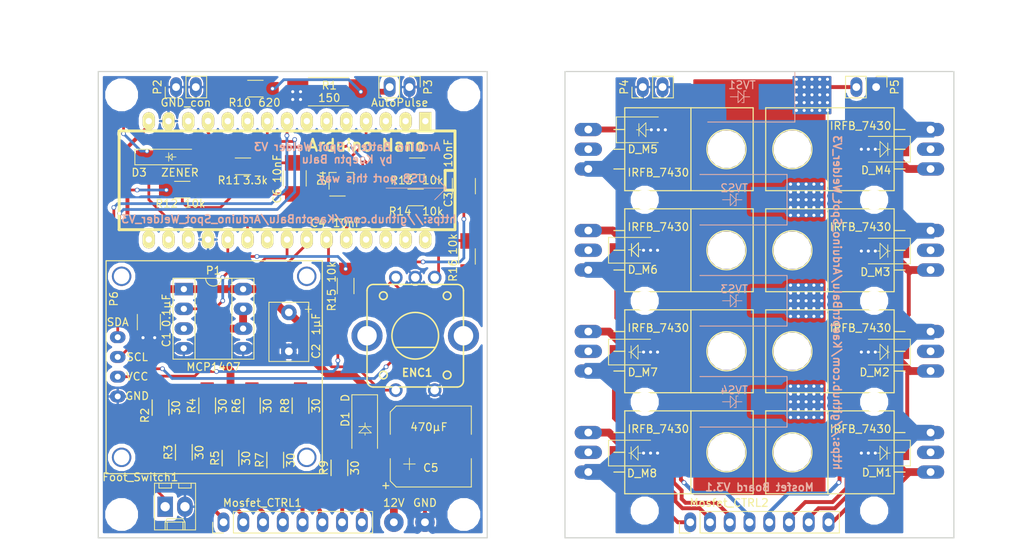
<source format=kicad_pcb>
(kicad_pcb (version 4) (host pcbnew 4.0.4-stable)
  (layers (0 F.Cu signal hide) (31 B.Cu signal) (34 B.Paste user) (35 F.Paste user hide) (36 B.SilkS user) (37 F.SilkS user hide) (38 B.Mask user) (39 F.Mask user hide) (44 Edge.Cuts user))
  (net 0 "")
  (net 1 /Vin)
  (net 2 GND)
  (net 3 +12V)
  (net 4 /D8)
  (net 5 /D7)
  (net 6 /D6)
  (net 7 +5V)
  (net 8 "Net-(Mosfet_CTRL1-Pad1)")
  (net 9 "Net-(Mosfet_CTRL1-Pad2)")
  (net 10 "Net-(Mosfet_CTRL1-Pad3)")
  (net 11 "Net-(Mosfet_CTRL1-Pad4)")
  (net 12 "Net-(Mosfet_CTRL1-Pad5)")
  (net 13 "Net-(Mosfet_CTRL1-Pad6)")
  (net 14 "Net-(Mosfet_CTRL1-Pad7)")
  (net 15 "Net-(Mosfet_CTRL1-Pad8)")
  (net 16 /D5)
  (net 17 "Net-(P1-Pad6)")
  (net 18 "Net-(P1-Pad3)")
  (net 19 "Net-(U1-Pad2)")
  (net 20 "Net-(U1-Pad3)")
  (net 21 "Net-(U1-Pad5)")
  (net 22 "Net-(U1-Pad6)")
  (net 23 "Net-(U1-Pad7)")
  (net 24 "Net-(U1-Pad10)")
  (net 25 "Net-(U1-Pad13)")
  (net 26 "Net-(U1-Pad16)")
  (net 27 "Net-(U1-Pad17)")
  (net 28 "Net-(U1-Pad18)")
  (net 29 /battery_minus)
  (net 30 /Probe)
  (net 31 /D3)
  (net 32 "Net-(P3-Pad2)")
  (net 33 /SCL)
  (net 34 /SDA)
  (net 35 "Net-(U1-Pad1)")
  (net 36 "Net-(U1-Pad11)")
  (net 37 "Net-(U1-Pad27)")
  (net 38 "Net-(U1-Pad28)")
  (net 39 "Net-(U1-Pad29)")
  (net 40 "Net-(U1-Pad30)")
  (net 41 "Net-(ENC1-PadA)")
  (net 42 "Net-(ENC1-PadB)")
  (net 43 /A0)
  (net 44 "Net-(U1-Pad22)")
  (net 45 "Net-(D_M1-Pad1)")
  (net 46 "Net-(D_M2-Pad1)")
  (net 47 "Net-(D_M3-Pad1)")
  (net 48 "Net-(D_M4-Pad1)")
  (net 49 "Net-(D_M5-Pad1)")
  (net 50 "Net-(D_M6-Pad1)")
  (net 51 "Net-(D_M7-Pad1)")
  (net 52 "Net-(D_M8-Pad1)")
  (net 53 /D2)
  (module pots_own:TO-220__long_Neutral123_Horizontal_LargePads (layer F.Cu) (at 176 93 90)
    (fp_text reference Q3 hide)
    (fp_text value IRFB_7430 (at 3 -8 180) (layer F.SilkS))
    (pad 2 thru_hole oval (at 0 1 180) (size 3.50012 1.69926) (drill 1.00076) (layers *.Cu *.Mask) (net 30 /Probe))
    (pad 1 thru_hole oval (at -2.54 1 180) (size 3.50012 1.69926) (drill 1.00076) (layers *.Cu *.Mask) (net 47 "Net-(D_M3-Pad1)"))
    (pad 3 thru_hole oval (at 2.54 1 180) (size 3.50012 1.69926) (drill 1.00076) (layers *.Cu *.Mask) (net 29 /battery_minus))
    (pad "" np_thru_hole circle (at 0 -16.764 180) (size 3.79984 3.79984) (drill 3.79984) (layers *.Cu *.Mask))
  )
  (module arduino:arduino_mini (layer F.Cu) (at 93 84 180)
    (fp_text reference U1 hide)
    (fp_text value arduino_nano hide)
    (pad 1 thru_hole rect (at -19.05 7.62 180) (size 1.5748 2.286) (drill 0.8128) (layers *.Cu *.Mask F.SilkS) (net 35 "Net-(U1-Pad1)"))
    (pad 2 thru_hole oval (at -16.51 7.62 180) (size 1.5748 2.286) (drill 0.8128) (layers *.Cu *.Mask F.SilkS) (net 19 "Net-(U1-Pad2)"))
    (pad 3 thru_hole oval (at -13.97 7.62 180) (size 1.5748 2.286) (drill 0.8128) (layers *.Cu *.Mask F.SilkS) (net 20 "Net-(U1-Pad3)"))
    (pad 4 thru_hole oval (at -11.43 7.62 180) (size 1.5748 2.286) (drill 0.8128) (layers *.Cu *.Mask F.SilkS) (net 43 /A0))
    (pad 5 thru_hole oval (at -8.89 7.62 180) (size 1.5748 2.286) (drill 0.8128) (layers *.Cu *.Mask F.SilkS) (net 21 "Net-(U1-Pad5)"))
    (pad 6 thru_hole oval (at -6.35 7.62 180) (size 1.5748 2.286) (drill 0.8128) (layers *.Cu *.Mask F.SilkS) (net 22 "Net-(U1-Pad6)"))
    (pad 7 thru_hole oval (at -3.81 7.62 180) (size 1.5748 2.286) (drill 0.8128) (layers *.Cu *.Mask F.SilkS) (net 23 "Net-(U1-Pad7)"))
    (pad 8 thru_hole oval (at -1.27 7.62 180) (size 1.5748 2.286) (drill 0.8128) (layers *.Cu *.Mask F.SilkS) (net 34 /SDA))
    (pad 9 thru_hole oval (at 1.27 7.62 180) (size 1.5748 2.286) (drill 0.8128) (layers *.Cu *.Mask F.SilkS) (net 33 /SCL))
    (pad 10 thru_hole oval (at 3.81 7.62 180) (size 1.5748 2.286) (drill 0.8128) (layers *.Cu *.Mask F.SilkS) (net 24 "Net-(U1-Pad10)"))
    (pad 11 thru_hole oval (at 6.35 7.62 180) (size 1.5748 2.286) (drill 0.8128) (layers *.Cu *.Mask F.SilkS) (net 36 "Net-(U1-Pad11)"))
    (pad 12 thru_hole oval (at 8.89 7.62 180) (size 1.5748 2.286) (drill 0.8128) (layers *.Cu *.Mask F.SilkS) (net 7 +5V))
    (pad 13 thru_hole oval (at 11.43 7.62 180) (size 1.5748 2.286) (drill 0.8128) (layers *.Cu *.Mask F.SilkS) (net 25 "Net-(U1-Pad13)"))
    (pad 14 thru_hole oval (at 13.97 7.62 180) (size 1.5748 2.286) (drill 0.8128) (layers *.Cu *.Mask F.SilkS) (net 2 GND))
    (pad 15 thru_hole oval (at 16.51 7.62 180) (size 1.5748 2.286) (drill 0.8128) (layers *.Cu *.Mask F.SilkS) (net 1 /Vin))
    (pad 16 thru_hole oval (at 16.51 -7.62 180) (size 1.5748 2.286) (drill 0.8128) (layers *.Cu *.Mask F.SilkS) (net 26 "Net-(U1-Pad16)"))
    (pad 17 thru_hole oval (at 13.97 -7.62 180) (size 1.5748 2.286) (drill 0.8128) (layers *.Cu *.Mask F.SilkS) (net 27 "Net-(U1-Pad17)"))
    (pad 18 thru_hole oval (at 11.43 -7.62 180) (size 1.5748 2.286) (drill 0.8128) (layers *.Cu *.Mask F.SilkS) (net 28 "Net-(U1-Pad18)"))
    (pad 19 thru_hole oval (at 8.89 -7.62 180) (size 1.5748 2.286) (drill 0.8128) (layers *.Cu *.Mask F.SilkS) (net 2 GND))
    (pad 20 thru_hole oval (at 6.35 -7.62 180) (size 1.5748 2.286) (drill 0.8128) (layers *.Cu *.Mask F.SilkS) (net 53 /D2))
    (pad 21 thru_hole oval (at 3.81 -7.62 180) (size 1.5748 2.286) (drill 0.8128) (layers *.Cu *.Mask F.SilkS) (net 31 /D3))
    (pad 22 thru_hole oval (at 1.27 -7.62 180) (size 1.5748 2.286) (drill 0.8128) (layers *.Cu *.Mask F.SilkS) (net 44 "Net-(U1-Pad22)"))
    (pad 23 thru_hole oval (at -1.27 -7.62 180) (size 1.5748 2.286) (drill 0.8128) (layers *.Cu *.Mask F.SilkS) (net 16 /D5))
    (pad 24 thru_hole oval (at -3.81 -7.62 180) (size 1.5748 2.286) (drill 0.8128) (layers *.Cu *.Mask F.SilkS) (net 6 /D6))
    (pad 25 thru_hole oval (at -6.35 -7.62 180) (size 1.5748 2.286) (drill 0.8128) (layers *.Cu *.Mask F.SilkS) (net 5 /D7))
    (pad 26 thru_hole oval (at -8.89 -7.62 180) (size 1.5748 2.286) (drill 0.8128) (layers *.Cu *.Mask F.SilkS) (net 4 /D8))
    (pad 27 thru_hole oval (at -11.43 -7.62 180) (size 1.5748 2.286) (drill 0.8128) (layers *.Cu *.Mask F.SilkS) (net 37 "Net-(U1-Pad27)"))
    (pad 28 thru_hole oval (at -13.97 -7.62 180) (size 1.5748 2.286) (drill 0.8128) (layers *.Cu *.Mask F.SilkS) (net 38 "Net-(U1-Pad28)"))
    (pad 29 thru_hole oval (at -16.51 -7.62 180) (size 1.5748 2.286) (drill 0.8128) (layers *.Cu *.Mask F.SilkS) (net 39 "Net-(U1-Pad29)"))
    (pad 30 thru_hole oval (at -19.05 -7.62 180) (size 1.5748 2.286) (drill 0.8128) (layers *.Cu *.Mask F.SilkS) (net 40 "Net-(U1-Pad30)"))
  )
  (module pots_own:TO-220__long_Neutral123_Horizontal_LargePads (layer F.Cu) (at 176 80 90)
    (fp_text reference Q4 hide)
    (fp_text value IRFB_7430 (at 3 -8 180) (layer F.SilkS))
    (pad 2 thru_hole oval (at 0 1 180) (size 3.50012 1.69926) (drill 1.00076) (layers *.Cu *.Mask) (net 30 /Probe))
    (pad 1 thru_hole oval (at -2.54 1 180) (size 3.50012 1.69926) (drill 1.00076) (layers *.Cu *.Mask) (net 48 "Net-(D_M4-Pad1)"))
    (pad 3 thru_hole oval (at 2.54 1 180) (size 3.50012 1.69926) (drill 1.00076) (layers *.Cu *.Mask) (net 29 /battery_minus))
    (pad "" np_thru_hole circle (at 0 -16.764 180) (size 3.79984 3.79984) (drill 3.79984) (layers *.Cu *.Mask))
  )
  (module OLED_SSD1306:OLED_SSD1306_128x64 (layer F.Cu) (at 72.5 108 90)
    (fp_text reference P6 (at 8.75 -0.5 90) (layer F.SilkS))
    (fp_text value OLED_Display)
    (fp_text user SDA (at 5.75 0 180) (layer F.SilkS))
    (fp_text user SCL (at 1.25 2.5 180) (layer F.SilkS))
    (fp_text user GND (at -3.75 2.5 180) (layer F.SilkS))
    (fp_text user VCC (at -1.25 2.5 180) (layer F.SilkS))
    (pad 1 thru_hole oval (at -3.81 0 90) (size 1.524 2) (drill 0.762) (layers *.Cu *.Mask) (net 2 GND))
    (pad 2 thru_hole oval (at -1.27 0 90) (size 1.524 2) (drill 0.762) (layers *.Cu *.Mask) (net 7 +5V))
    (pad 3 thru_hole oval (at 1.27 0 90) (size 1.524 2) (drill 0.762) (layers *.Cu *.Mask) (net 33 /SCL))
    (pad 4 thru_hole oval (at 3.81 0 90) (size 1.524 2) (drill 0.762) (layers *.Cu *.Mask) (net 34 /SDA))
    (pad "" thru_hole circle (at -11.65 24.3 90) (size 2.5 2.5) (drill 2) (layers *.Cu *.Mask))
    (pad "" thru_hole circle (at -11.65 0.5 90) (size 2.5 2.5) (drill 2) (layers *.Cu *.Mask))
    (pad "" thru_hole circle (at 11.65 0.5 90) (size 2.5 2.5) (drill 2) (layers *.Cu *.Mask))
    (pad "" thru_hole circle (at 11.65 24.3 90) (size 2.5 2.5) (drill 2) (layers *.Cu *.Mask))
  )
  (module pots_own:TO-220__long_Neutral123_Horizontal_LargePads (layer F.Cu) (at 134 80 270)
    (fp_text reference Q5 hide)
    (fp_text value IRFB_7430 (at 3 -8 360) (layer F.SilkS))
    (pad 2 thru_hole oval (at 0 1) (size 3.50012 1.69926) (drill 1.00076) (layers *.Cu *.Mask) (net 30 /Probe))
    (pad 1 thru_hole oval (at -2.54 1) (size 3.50012 1.69926) (drill 1.00076) (layers *.Cu *.Mask) (net 49 "Net-(D_M5-Pad1)"))
    (pad 3 thru_hole oval (at 2.54 1) (size 3.50012 1.69926) (drill 1.00076) (layers *.Cu *.Mask) (net 29 /battery_minus))
    (pad "" np_thru_hole circle (at 0 -16.764) (size 3.79984 3.79984) (drill 3.79984) (layers *.Cu *.Mask))
  )
  (module Mounting_Holes:MountingHole_2.5mm (layer F.Cu) (at 169.75 86.5)
    (fp_text reference REF** hide)
    (fp_text value 2.6mm)
    (pad "" np_thru_hole circle (at 0 0) (size 2.6 2.6) (drill 2.6) (layers *.Cu *.Mask))
  )
  (module Mounting_Holes:MountingHole_2.5mm (layer F.Cu) (at 169.75 99.5)
    (fp_text reference REF** hide)
    (fp_text value 2.6mm)
    (pad "" np_thru_hole circle (at 0 0) (size 2.6 2.6) (drill 2.6) (layers *.Cu *.Mask))
  )
  (module Mounting_Holes:MountingHole_2.5mm (layer F.Cu) (at 169.75 112.5)
    (fp_text reference REF** hide)
    (fp_text value 2.6mm)
    (pad "" np_thru_hole circle (at 0 0) (size 2.6 2.6) (drill 2.6) (layers *.Cu *.Mask))
  )
  (module Mounting_Holes:MountingHole_2.5mm (layer F.Cu) (at 169.75 126.5)
    (fp_text reference REF** hide)
    (fp_text value 2.6mm)
    (pad "" np_thru_hole circle (at 0 0) (size 2.6 2.6) (drill 2.6) (layers *.Cu *.Mask))
  )
  (module Mounting_Holes:MountingHole_2.5mm (layer F.Cu) (at 140.25 126.5)
    (fp_text reference REF** hide)
    (fp_text value 2.6mm)
    (pad "" np_thru_hole circle (at 0 0) (size 2.6 2.6) (drill 2.6) (layers *.Cu *.Mask))
  )
  (module Mounting_Holes:MountingHole_2.5mm (layer F.Cu) (at 140.25 112.5)
    (fp_text reference REF** hide)
    (fp_text value 2.6mm)
    (pad "" np_thru_hole circle (at 0 0) (size 2.6 2.6) (drill 2.6) (layers *.Cu *.Mask))
  )
  (module Mounting_Holes:MountingHole_2.5mm (layer F.Cu) (at 140.25 99.5)
    (fp_text reference REF** hide)
    (fp_text value 2.6mm)
    (pad "" np_thru_hole circle (at 0 0) (size 2.6 2.6) (drill 2.6) (layers *.Cu *.Mask))
  )
  (module Mounting_Holes:MountingHole_3.2mm_M3 (layer F.Cu) (at 133 127)
    (fp_text reference REF** hide)
    (fp_text value 3.2mm hide)
    (pad 1 np_thru_hole circle (at 0 0) (size 3.2 3.2) (drill 3.2) (layers *.Cu *.Mask))
  )
  (module Mounting_Holes:MountingHole_3.2mm_M3 (layer F.Cu) (at 177 127)
    (fp_text reference REF** hide)
    (fp_text value 3.2mm hide)
    (pad 1 np_thru_hole circle (at 0 0) (size 3.2 3.2) (drill 3.2) (layers *.Cu *.Mask))
  )
  (module Mounting_Holes:MountingHole_3.2mm_M3 (layer F.Cu) (at 177 73)
    (fp_text reference REF** hide)
    (fp_text value 3.2mm hide)
    (pad 1 np_thru_hole circle (at 0 0) (size 3.2 3.2) (drill 3.2) (layers *.Cu *.Mask))
  )
  (module Capacitors_ThroughHole:C_Disc_D7.5mm_W5.0mm_P5.00mm (layer F.Cu) (at 94.5 101 270)
    (fp_text reference C2 (at 5 -3.5 270) (layer F.SilkS))
    (fp_text value 1µF (at 1.5 -3.5 270) (layer F.SilkS))
    (pad 1 thru_hole circle (at 0 0 270) (size 2 2) (drill 1) (layers *.Cu *.Mask) (net 1 /Vin))
    (pad 2 thru_hole circle (at 5 0 270) (size 2 2) (drill 1) (layers *.Cu *.Mask) (net 2 GND))
  )
  (module Housings_DIP:DIP-8_W7.62mm_Socket_LongPads (layer F.Cu) (at 81 98)
    (fp_text reference P1 (at 3.81 -2.39) (layer F.SilkS))
    (fp_text value MCP1407 (at 3.81 10.01) (layer F.SilkS))
    (pad 1 thru_hole rect (at 0 0) (size 2.4 1.6) (drill 0.8) (layers *.Cu *.Mask) (net 1 /Vin))
    (pad 5 thru_hole oval (at 7.62 7.62) (size 2.4 1.6) (drill 0.8) (layers *.Cu *.Mask) (net 2 GND))
    (pad 2 thru_hole oval (at 0 2.54) (size 2.4 1.6) (drill 0.8) (layers *.Cu *.Mask) (net 16 /D5))
    (pad 6 thru_hole oval (at 7.62 5.08) (size 2.4 1.6) (drill 0.8) (layers *.Cu *.Mask) (net 17 "Net-(P1-Pad6)"))
    (pad 3 thru_hole oval (at 0 5.08) (size 2.4 1.6) (drill 0.8) (layers *.Cu *.Mask) (net 18 "Net-(P1-Pad3)"))
    (pad 7 thru_hole oval (at 7.62 2.54) (size 2.4 1.6) (drill 0.8) (layers *.Cu *.Mask) (net 17 "Net-(P1-Pad6)"))
    (pad 4 thru_hole oval (at 0 7.62) (size 2.4 1.6) (drill 0.8) (layers *.Cu *.Mask) (net 2 GND))
    (pad 8 thru_hole oval (at 7.62 0) (size 2.4 1.6) (drill 0.8) (layers *.Cu *.Mask) (net 1 /Vin))
  )
  (module Pin_Headers:Pin_Header_Straight_1x02_Pitch2.54mm (layer F.Cu) (at 80 72 90)
    (fp_text reference P2 (at 0 -2.39 90) (layer F.SilkS))
    (fp_text value GND_con (at -2 1.25 180) (layer F.SilkS))
    (pad 1 thru_hole oval (at 0 0 90) (size 2.52 1.52) (drill 1) (layers *.Cu *.Mask) (net 2 GND))
    (pad 2 thru_hole oval (at 0 2.54 90) (size 2.52 1.52) (drill 1) (layers *.Cu *.Mask) (net 2 GND))
  )
  (module Pin_Headers:Pin_Header_Straight_1x02_Pitch2.54mm (layer F.Cu) (at 110 72 270)
    (fp_text reference P3 (at 0 -2.39 270) (layer F.SilkS))
    (fp_text value AutoPulse (at 2 1.25 360) (layer F.SilkS))
    (pad 1 thru_hole oval (at 0 0 270) (size 2.52 1.52) (drill 1) (layers *.Cu *.Mask) (net 2 GND))
    (pad 2 thru_hole oval (at 0 2.54 270) (size 2.52 1.52) (drill 1) (layers *.Cu *.Mask) (net 32 "Net-(P3-Pad2)"))
  )
  (module Resistors_SMD:R_1206_HandSoldering (layer F.Cu) (at 78 113.25 90)
    (fp_text reference R2 (at -1 -2 90) (layer F.SilkS))
    (fp_text value 30 (at 0 2 90) (layer F.SilkS))
    (pad 1 smd rect (at -2 0 90) (size 2 1.7) (layers F.Cu F.Paste F.Mask) (net 8 "Net-(Mosfet_CTRL1-Pad1)"))
    (pad 2 smd rect (at 2 0 90) (size 2 1.7) (layers F.Cu F.Paste F.Mask) (net 17 "Net-(P1-Pad6)"))
  )
  (module Resistors_SMD:R_1206_HandSoldering (layer F.Cu) (at 81 119 90)
    (fp_text reference R3 (at 0 -2 90) (layer F.SilkS))
    (fp_text value 30 (at 0 2 90) (layer F.SilkS))
    (pad 1 smd rect (at -2 0 90) (size 2 1.7) (layers F.Cu F.Paste F.Mask) (net 9 "Net-(Mosfet_CTRL1-Pad2)"))
    (pad 2 smd rect (at 2 0 90) (size 2 1.7) (layers F.Cu F.Paste F.Mask) (net 17 "Net-(P1-Pad6)"))
  )
  (module Resistors_SMD:R_1206_HandSoldering (layer F.Cu) (at 84 113 90)
    (fp_text reference R4 (at 0 -2 90) (layer F.SilkS))
    (fp_text value 30 (at 0 2 90) (layer F.SilkS))
    (pad 1 smd rect (at -2 0 90) (size 2 1.7) (layers F.Cu F.Paste F.Mask) (net 10 "Net-(Mosfet_CTRL1-Pad3)"))
    (pad 2 smd rect (at 2 0 90) (size 2 1.7) (layers F.Cu F.Paste F.Mask) (net 17 "Net-(P1-Pad6)"))
  )
  (module Resistors_SMD:R_1206_HandSoldering (layer F.Cu) (at 87 119.75 90)
    (fp_text reference R5 (at 0 -2 90) (layer F.SilkS))
    (fp_text value 30 (at 0 2 90) (layer F.SilkS))
    (pad 1 smd rect (at -2 0 90) (size 2 1.7) (layers F.Cu F.Paste F.Mask) (net 11 "Net-(Mosfet_CTRL1-Pad4)"))
    (pad 2 smd rect (at 2 0 90) (size 2 1.7) (layers F.Cu F.Paste F.Mask) (net 17 "Net-(P1-Pad6)"))
  )
  (module Resistors_SMD:R_1206_HandSoldering (layer F.Cu) (at 89.75 113 90)
    (fp_text reference R6 (at 0 -2 90) (layer F.SilkS))
    (fp_text value 30 (at 0 2 90) (layer F.SilkS))
    (pad 1 smd rect (at -2 0 90) (size 2 1.7) (layers F.Cu F.Paste F.Mask) (net 12 "Net-(Mosfet_CTRL1-Pad5)"))
    (pad 2 smd rect (at 2 0 90) (size 2 1.7) (layers F.Cu F.Paste F.Mask) (net 17 "Net-(P1-Pad6)"))
  )
  (module Resistors_SMD:R_1206_HandSoldering (layer F.Cu) (at 92.75 120 90)
    (fp_text reference R7 (at 0 -2 90) (layer F.SilkS))
    (fp_text value 30 (at 0 2 90) (layer F.SilkS))
    (pad 1 smd rect (at -2 0 90) (size 2 1.7) (layers F.Cu F.Paste F.Mask) (net 13 "Net-(Mosfet_CTRL1-Pad6)"))
    (pad 2 smd rect (at 2 0 90) (size 2 1.7) (layers F.Cu F.Paste F.Mask) (net 17 "Net-(P1-Pad6)"))
  )
  (module Resistors_SMD:R_1206_HandSoldering (layer F.Cu) (at 96 113 90)
    (fp_text reference R8 (at 0 -2 90) (layer F.SilkS))
    (fp_text value 30 (at 0 2 90) (layer F.SilkS))
    (pad 1 smd rect (at -2 0 90) (size 2 1.7) (layers F.Cu F.Paste F.Mask) (net 14 "Net-(Mosfet_CTRL1-Pad7)"))
    (pad 2 smd rect (at 2 0 90) (size 2 1.7) (layers F.Cu F.Paste F.Mask) (net 17 "Net-(P1-Pad6)"))
  )
  (module Resistors_SMD:R_1206_HandSoldering (layer F.Cu) (at 101 121 90)
    (fp_text reference R9 (at 0 -2 90) (layer F.SilkS))
    (fp_text value 30 (at 0 2 90) (layer F.SilkS))
    (pad 1 smd rect (at -2 0 90) (size 2 1.7) (layers F.Cu F.Paste F.Mask) (net 15 "Net-(Mosfet_CTRL1-Pad8)"))
    (pad 2 smd rect (at 2 0 90) (size 2 1.7) (layers F.Cu F.Paste F.Mask) (net 17 "Net-(P1-Pad6)"))
  )
  (module Mounting_Holes:MountingHole_3.2mm_M3 (layer F.Cu) (at 73 73)
    (fp_text reference REF** hide)
    (fp_text value 3.2mm hide)
    (pad 1 np_thru_hole circle (at 0 0) (size 3.2 3.2) (drill 3.2) (layers *.Cu *.Mask))
  )
  (module Mounting_Holes:MountingHole_3.2mm_M3 (layer F.Cu) (at 117 73)
    (fp_text reference REF** hide)
    (fp_text value 3.2mm hide)
    (pad 1 np_thru_hole circle (at 0 0) (size 3.2 3.2) (drill 3.2) (layers *.Cu *.Mask))
  )
  (module Mounting_Holes:MountingHole_3.2mm_M3 (layer F.Cu) (at 73 127)
    (fp_text reference REF** hide)
    (fp_text value 3.2mm hide)
    (pad 1 np_thru_hole circle (at 0 0) (size 3.2 3.2) (drill 3.2) (layers *.Cu *.Mask))
  )
  (module Mounting_Holes:MountingHole_3.2mm_M3 (layer F.Cu) (at 117 127)
    (fp_text reference REF** hide)
    (fp_text value 3.2mm hide)
    (pad 1 np_thru_hole circle (at 0 0) (size 3.2 3.2) (drill 3.2) (layers *.Cu *.Mask))
  )
  (module Wire_Pads:SolderWirePad_single_1mmDrill (layer F.Cu) (at 112 128)
    (fp_text reference W1 hide)
    (fp_text value GND (at 0 -2.5) (layer F.SilkS))
    (pad 1 thru_hole circle (at 0 0) (size 2.49936 2.49936) (drill 1.00076) (layers *.Cu *.Mask) (net 2 GND))
  )
  (module Wire_Pads:SolderWirePad_single_1mmDrill (layer F.Cu) (at 108 128)
    (fp_text reference W2 hide)
    (fp_text value 12V (at 0 -2.5) (layer F.SilkS))
    (pad 1 thru_hole circle (at 0 0) (size 2.49936 2.49936) (drill 1.00076) (layers *.Cu *.Mask) (net 3 +12V))
  )
  (module Pin_Headers:Pin_Header_Straight_1x02_Pitch2.54mm (layer F.Cu) (at 140 72 90)
    (fp_text reference P4 (at 0 -2.39 90) (layer F.SilkS))
    (fp_text value GND_con hide)
    (pad 1 thru_hole oval (at 0 0 90) (size 2.52 1.52) (drill 1) (layers *.Cu *.Mask) (net 29 /battery_minus))
    (pad 2 thru_hole oval (at 0 2.54 90) (size 2.52 1.52) (drill 1) (layers *.Cu *.Mask) (net 29 /battery_minus))
  )
  (module Pin_Headers:Pin_Header_Straight_1x02_Pitch2.54mm (layer F.Cu) (at 170 72 270)
    (fp_text reference P5 (at 0 -2.39 270) (layer F.SilkS))
    (fp_text value AutoPulse hide)
    (pad 1 thru_hole oval (at 0 0 270) (size 2.52 1.52) (drill 1) (layers *.Cu *.Mask) (net 29 /battery_minus))
    (pad 2 thru_hole oval (at 0 2.54 270) (size 2.52 1.52) (drill 1) (layers *.Cu *.Mask) (net 30 /Probe))
  )
  (module Mounting_Holes:MountingHole_3.2mm_M3 (layer F.Cu) (at 133 73)
    (fp_text reference REF** hide)
    (fp_text value 3.2mm hide)
    (pad 1 np_thru_hole circle (at 0 0) (size 3.2 3.2) (drill 3.2) (layers *.Cu *.Mask))
  )
  (module Mounting_Holes:MountingHole_2.5mm (layer F.Cu) (at 140.25 86.5)
    (fp_text reference REF** hide)
    (fp_text value 2.6mm)
    (pad "" np_thru_hole circle (at 0 0) (size 2.6 2.6) (drill 2.6) (layers *.Cu *.Mask))
  )
  (module pots_own:TO-220__long_Neutral123_Horizontal_LargePads (layer F.Cu) (at 176 119 90)
    (fp_text reference Q1 hide)
    (fp_text value IRFB_7430 (at 3 -8 180) (layer F.SilkS))
    (pad 2 thru_hole oval (at 0 1 180) (size 3.50012 1.69926) (drill 1.00076) (layers *.Cu *.Mask) (net 30 /Probe))
    (pad 1 thru_hole oval (at -2.54 1 180) (size 3.50012 1.69926) (drill 1.00076) (layers *.Cu *.Mask) (net 45 "Net-(D_M1-Pad1)"))
    (pad 3 thru_hole oval (at 2.54 1 180) (size 3.50012 1.69926) (drill 1.00076) (layers *.Cu *.Mask) (net 29 /battery_minus))
    (pad "" np_thru_hole circle (at 0 -16.764 180) (size 3.79984 3.79984) (drill 3.79984) (layers *.Cu *.Mask))
  )
  (module pots_own:TO-220__long_Neutral123_Horizontal_LargePads (layer F.Cu) (at 176 106 90)
    (fp_text reference Q2 hide)
    (fp_text value IRFB_7430 (at 3 -8 180) (layer F.SilkS))
    (pad 2 thru_hole oval (at 0 1 180) (size 3.50012 1.69926) (drill 1.00076) (layers *.Cu *.Mask) (net 30 /Probe))
    (pad 1 thru_hole oval (at -2.54 1 180) (size 3.50012 1.69926) (drill 1.00076) (layers *.Cu *.Mask) (net 46 "Net-(D_M2-Pad1)"))
    (pad 3 thru_hole oval (at 2.54 1 180) (size 3.50012 1.69926) (drill 1.00076) (layers *.Cu *.Mask) (net 29 /battery_minus))
    (pad "" np_thru_hole circle (at 0 -16.764 180) (size 3.79984 3.79984) (drill 3.79984) (layers *.Cu *.Mask))
  )
  (module pots_own:TO-220__long_Neutral123_Horizontal_LargePads (layer F.Cu) (at 134 93 270)
    (fp_text reference Q6 hide)
    (fp_text value IRFB_7430 (at -3 -8 360) (layer F.SilkS))
    (pad 2 thru_hole oval (at 0 1) (size 3.50012 1.69926) (drill 1.00076) (layers *.Cu *.Mask) (net 30 /Probe))
    (pad 1 thru_hole oval (at -2.54 1) (size 3.50012 1.69926) (drill 1.00076) (layers *.Cu *.Mask) (net 50 "Net-(D_M6-Pad1)"))
    (pad 3 thru_hole oval (at 2.54 1) (size 3.50012 1.69926) (drill 1.00076) (layers *.Cu *.Mask) (net 29 /battery_minus))
    (pad "" np_thru_hole circle (at 0 -16.764) (size 3.79984 3.79984) (drill 3.79984) (layers *.Cu *.Mask))
  )
  (module pots_own:TO-220__long_Neutral123_Horizontal_LargePads (layer F.Cu) (at 134 106 270)
    (fp_text reference Q7 hide)
    (fp_text value IRFB_7430 (at -3 -8 360) (layer F.SilkS))
    (pad 2 thru_hole oval (at 0 1) (size 3.50012 1.69926) (drill 1.00076) (layers *.Cu *.Mask) (net 30 /Probe))
    (pad 1 thru_hole oval (at -2.54 1) (size 3.50012 1.69926) (drill 1.00076) (layers *.Cu *.Mask) (net 51 "Net-(D_M7-Pad1)"))
    (pad 3 thru_hole oval (at 2.54 1) (size 3.50012 1.69926) (drill 1.00076) (layers *.Cu *.Mask) (net 29 /battery_minus))
    (pad "" np_thru_hole circle (at 0 -16.764) (size 3.79984 3.79984) (drill 3.79984) (layers *.Cu *.Mask))
  )
  (module pots_own:TO-220__long_Neutral123_Horizontal_LargePads (layer F.Cu) (at 134 119 270)
    (fp_text reference Q8 hide)
    (fp_text value IRFB_7430 (at -3 -8 360) (layer F.SilkS))
    (pad 2 thru_hole oval (at 0 1) (size 3.50012 1.69926) (drill 1.00076) (layers *.Cu *.Mask) (net 30 /Probe))
    (pad 1 thru_hole oval (at -2.54 1) (size 3.50012 1.69926) (drill 1.00076) (layers *.Cu *.Mask) (net 52 "Net-(D_M8-Pad1)"))
    (pad 3 thru_hole oval (at 2.54 1) (size 3.50012 1.69926) (drill 1.00076) (layers *.Cu *.Mask) (net 29 /battery_minus))
    (pad "" np_thru_hole circle (at 0 -16.764) (size 3.79984 3.79984) (drill 3.79984) (layers *.Cu *.Mask))
  )
  (module pots_own:Pin_Header_Straight_1x08_Pitch2.54mm_Large_Pads (layer F.Cu) (at 86.1 128 90)
    (fp_text reference Mosfet_CTRL1 (at 2.5 5 180) (layer F.SilkS))
    (fp_text value CONN_01X08)
    (pad 1 thru_hole oval (at 0 0 90) (size 2.52 1.52) (drill 1) (layers *.Cu *.Mask) (net 8 "Net-(Mosfet_CTRL1-Pad1)"))
    (pad 2 thru_hole oval (at 0 2.54 90) (size 2.52 1.52) (drill 1) (layers *.Cu *.Mask) (net 9 "Net-(Mosfet_CTRL1-Pad2)"))
    (pad 3 thru_hole oval (at 0 5.08 90) (size 2.52 1.52) (drill 1) (layers *.Cu *.Mask) (net 10 "Net-(Mosfet_CTRL1-Pad3)"))
    (pad 4 thru_hole oval (at 0 7.62 90) (size 2.52 1.52) (drill 1) (layers *.Cu *.Mask) (net 11 "Net-(Mosfet_CTRL1-Pad4)"))
    (pad 5 thru_hole oval (at 0 10.16 90) (size 2.52 1.52) (drill 1) (layers *.Cu *.Mask) (net 12 "Net-(Mosfet_CTRL1-Pad5)"))
    (pad 6 thru_hole oval (at 0 12.7 90) (size 2.52 1.52) (drill 1) (layers *.Cu *.Mask) (net 13 "Net-(Mosfet_CTRL1-Pad6)"))
    (pad 7 thru_hole oval (at 0 15.24 90) (size 2.52 1.52) (drill 1) (layers *.Cu *.Mask) (net 14 "Net-(Mosfet_CTRL1-Pad7)"))
    (pad 8 thru_hole oval (at 0 17.78 90) (size 2.52 1.52) (drill 1) (layers *.Cu *.Mask) (net 15 "Net-(Mosfet_CTRL1-Pad8)"))
  )
  (module pots_own:Pin_Header_Straight_1x08_Pitch2.54mm_Large_Pads (layer F.Cu) (at 146.1 128 90)
    (fp_text reference Mosfet_CTRL2 (at 2.5 5 180) (layer F.SilkS))
    (fp_text value CONN_01X08)
    (pad 1 thru_hole oval (at 0 0 90) (size 2.52 1.52) (drill 1) (layers *.Cu *.Mask) (net 52 "Net-(D_M8-Pad1)"))
    (pad 2 thru_hole oval (at 0 2.54 90) (size 2.52 1.52) (drill 1) (layers *.Cu *.Mask) (net 51 "Net-(D_M7-Pad1)"))
    (pad 3 thru_hole oval (at 0 5.08 90) (size 2.52 1.52) (drill 1) (layers *.Cu *.Mask) (net 50 "Net-(D_M6-Pad1)"))
    (pad 4 thru_hole oval (at 0 7.62 90) (size 2.52 1.52) (drill 1) (layers *.Cu *.Mask) (net 49 "Net-(D_M5-Pad1)"))
    (pad 5 thru_hole oval (at 0 10.16 90) (size 2.52 1.52) (drill 1) (layers *.Cu *.Mask) (net 48 "Net-(D_M4-Pad1)"))
    (pad 6 thru_hole oval (at 0 12.7 90) (size 2.52 1.52) (drill 1) (layers *.Cu *.Mask) (net 47 "Net-(D_M3-Pad1)"))
    (pad 7 thru_hole oval (at 0 15.24 90) (size 2.52 1.52) (drill 1) (layers *.Cu *.Mask) (net 46 "Net-(D_M2-Pad1)"))
    (pad 8 thru_hole oval (at 0 17.78 90) (size 2.52 1.52) (drill 1) (layers *.Cu *.Mask) (net 45 "Net-(D_M1-Pad1)"))
  )
  (module Capacitors_SMD:C_1210_HandSoldering (layer F.Cu) (at 76.5 102.25 270)
    (fp_text reference C1 (at 2.25 -2.25 270) (layer F.SilkS))
    (fp_text value 0.1µF (at -1.5 -2.25 270) (layer F.SilkS))
    (pad 1 smd rect (at -2 0 270) (size 2 2.5) (layers F.Cu F.Paste F.Mask) (net 1 /Vin))
    (pad 2 smd rect (at 2 0 270) (size 2 2.5) (layers F.Cu F.Paste F.Mask) (net 2 GND))
  )
  (module Diodes_SMD:D_SMA_Handsoldering (layer F.Cu) (at 104.25 116 270)
    (fp_text reference D1 (at -1.25 2.5 270) (layer F.SilkS))
    (fp_text value D (at -4 2.5 270) (layer F.SilkS))
    (pad 1 smd rect (at -2.5 0 270) (size 3.5 1.8) (layers F.Cu F.Paste F.Mask) (net 1 /Vin))
    (pad 2 smd rect (at 2.5 0 270) (size 3.5 1.8) (layers F.Cu F.Paste F.Mask) (net 3 +12V))
  )
  (module Diodes_SMD:D_MiniMELF_Handsoldering (layer F.Cu) (at 79.25 81)
    (fp_text reference D3 (at -4 2) (layer F.SilkS))
    (fp_text value ZENER (at 1.25 2) (layer F.SilkS))
    (pad 1 smd rect (at -2.75 0) (size 3.3 1.7) (layers F.Cu F.Paste F.Mask) (net 31 /D3))
    (pad 2 smd rect (at 2.75 0) (size 3.3 1.7) (layers F.Cu F.Paste F.Mask) (net 2 GND))
  )
  (module Capacitors_SMD:C_1210_HandSoldering (layer F.Cu) (at 117 84.75 90)
    (fp_text reference C3 (at -1.75 -2 90) (layer F.SilkS))
    (fp_text value 10nF (at 4.25 -2 90) (layer F.SilkS))
    (pad 1 smd rect (at -2 0 90) (size 2 2.5) (layers F.Cu F.Paste F.Mask) (net 53 /D2))
    (pad 2 smd rect (at 2 0 90) (size 2 2.5) (layers F.Cu F.Paste F.Mask) (net 2 GND))
  )
  (module Capacitors_SMD:C_1210_HandSoldering (layer F.Cu) (at 100.75 87.5 180)
    (fp_text reference C4 (at 2.5 -2 180) (layer F.SilkS))
    (fp_text value 10nF (at -1.25 -2 180) (layer F.SilkS))
    (pad 1 smd rect (at -2 0 180) (size 2 2.5) (layers F.Cu F.Paste F.Mask) (net 4 /D8))
    (pad 2 smd rect (at 2 0 180) (size 2 2.5) (layers F.Cu F.Paste F.Mask) (net 2 GND))
  )
  (module Capacitors_SMD:CP_Elec_10x10 (layer F.Cu) (at 112.75 118.25)
    (fp_text reference C5 (at 0 2.75) (layer F.SilkS))
    (fp_text value 470µF (at -0.25 -2.5) (layer F.SilkS))
    (fp_text user + (at -5.78 4.97) (layer F.SilkS))
    (pad 1 smd rect (at -4 0 180) (size 4 2.5) (layers F.Cu F.Paste F.Mask) (net 1 /Vin))
    (pad 2 smd rect (at 4 0 180) (size 4 2.5) (layers F.Cu F.Paste F.Mask) (net 2 GND))
  )
  (module Capacitors_SMD:C_1210_HandSoldering (layer F.Cu) (at 95.25 83.75 90)
    (fp_text reference C6 (at -2.25 -2.25 90) (layer F.SilkS))
    (fp_text value 10nF (at 1.25 -2.25 90) (layer F.SilkS))
    (pad 1 smd rect (at -2 0 90) (size 2 2.5) (layers F.Cu F.Paste F.Mask) (net 2 GND))
    (pad 2 smd rect (at 2 0 90) (size 2 2.5) (layers F.Cu F.Paste F.Mask) (net 43 /A0))
  )
  (module TO_SOT_Packages_SMD:SOT-23 (layer F.Cu) (at 101.25 83.75 90)
    (fp_text reference D4 (at 0 -2.5 90) (layer F.SilkS))
    (fp_text value D_Schottky_BAV99)
    (pad 1 smd rect (at -1 -0.95 90) (size 0.9 0.8) (layers F.Cu F.Paste F.Mask) (net 2 GND))
    (pad 2 smd rect (at -1 0.95 90) (size 0.9 0.8) (layers F.Cu F.Paste F.Mask) (net 7 +5V))
    (pad 3 smd rect (at 1 0 90) (size 0.9 0.8) (layers F.Cu F.Paste F.Mask) (net 43 /A0))
  )
  (module Diodes_SMD:D_SMC_Handsoldering (layer B.Cu) (at 152.75 73.25 180)
    (fp_text reference TVS1 (at 0 1.5 180) (layer B.SilkS) (effects (justify mirror)))
    (fp_text value 5.0SMDJ13A)
    (pad 1 smd rect (at -4.4 0 90) (size 3.3 4.5) (layers B.Cu B.Paste B.Mask) (net 30 /Probe))
    (pad 2 smd rect (at 4.4 0 90) (size 3.3 4.5) (layers B.Cu B.Paste B.Mask) (net 29 /battery_minus))
  )
  (module Diodes_SMD:D_SMA (layer F.Cu) (at 171 119.1 180)
    (fp_text reference D_M1 (at 0.9 -2.5 180) (layer F.SilkS))
    (fp_text value TVS-SMAJ13A-13-F)
    (pad 1 smd rect (at -2 0 180) (size 2.5 1.8) (layers F.Cu F.Paste F.Mask) (net 45 "Net-(D_M1-Pad1)"))
    (pad 2 smd rect (at 2 0 180) (size 2.5 1.8) (layers F.Cu F.Paste F.Mask) (net 29 /battery_minus))
  )
  (module Diodes_SMD:D_SMA (layer F.Cu) (at 171 106.1 180)
    (fp_text reference D_M2 (at 1.2 -2.6 180) (layer F.SilkS))
    (fp_text value TVS-SMAJ13A-13-F)
    (pad 1 smd rect (at -2 0 180) (size 2.5 1.8) (layers F.Cu F.Paste F.Mask) (net 46 "Net-(D_M2-Pad1)"))
    (pad 2 smd rect (at 2 0 180) (size 2.5 1.8) (layers F.Cu F.Paste F.Mask) (net 29 /battery_minus))
  )
  (module Diodes_SMD:D_SMA (layer F.Cu) (at 171 93.1 180)
    (fp_text reference D_M3 (at 1.1 -2.7 180) (layer F.SilkS))
    (fp_text value TVS-SMAJ13A-13-F)
    (pad 1 smd rect (at -2 0 180) (size 2.5 1.8) (layers F.Cu F.Paste F.Mask) (net 47 "Net-(D_M3-Pad1)"))
    (pad 2 smd rect (at 2 0 180) (size 2.5 1.8) (layers F.Cu F.Paste F.Mask) (net 29 /battery_minus))
  )
  (module Diodes_SMD:D_SMA (layer F.Cu) (at 171 80 180)
    (fp_text reference D_M4 (at 1 -2.7 180) (layer F.SilkS))
    (fp_text value TVS-SMAJ13A-13-F)
    (pad 1 smd rect (at -2 0 180) (size 2.5 1.8) (layers F.Cu F.Paste F.Mask) (net 48 "Net-(D_M4-Pad1)"))
    (pad 2 smd rect (at 2 0 180) (size 2.5 1.8) (layers F.Cu F.Paste F.Mask) (net 29 /battery_minus))
  )
  (module Diodes_SMD:D_SMA (layer F.Cu) (at 140 77.5)
    (fp_text reference D_M5 (at 0 2.5) (layer F.SilkS))
    (fp_text value TVS-SMAJ13A-13-F)
    (pad 1 smd rect (at -2 0) (size 2.5 1.8) (layers F.Cu F.Paste F.Mask) (net 49 "Net-(D_M5-Pad1)"))
    (pad 2 smd rect (at 2 0) (size 2.5 1.8) (layers F.Cu F.Paste F.Mask) (net 29 /battery_minus))
  )
  (module Diodes_SMD:D_SMA (layer F.Cu) (at 139 93)
    (fp_text reference D_M6 (at 1 2.5) (layer F.SilkS))
    (fp_text value TVS-SMAJ13A-13-F)
    (pad 1 smd rect (at -2 0) (size 2.5 1.8) (layers F.Cu F.Paste F.Mask) (net 50 "Net-(D_M6-Pad1)"))
    (pad 2 smd rect (at 2 0) (size 2.5 1.8) (layers F.Cu F.Paste F.Mask) (net 29 /battery_minus))
  )
  (module Diodes_SMD:D_SMA (layer F.Cu) (at 139 106.1)
    (fp_text reference D_M7 (at 1 2.6) (layer F.SilkS))
    (fp_text value TVS-SMAJ13A-13-F)
    (pad 1 smd rect (at -2 0) (size 2.5 1.8) (layers F.Cu F.Paste F.Mask) (net 51 "Net-(D_M7-Pad1)"))
    (pad 2 smd rect (at 2 0) (size 2.5 1.8) (layers F.Cu F.Paste F.Mask) (net 29 /battery_minus))
  )
  (module Diodes_SMD:D_SMA (layer F.Cu) (at 139 119.1)
    (fp_text reference D_M8 (at 0.9 2.6) (layer F.SilkS))
    (fp_text value TVS-SMAJ13A-13-F)
    (pad 1 smd rect (at -2 0) (size 2.5 1.8) (layers F.Cu F.Paste F.Mask) (net 52 "Net-(D_M8-Pad1)"))
    (pad 2 smd rect (at 2 0) (size 2.5 1.8) (layers F.Cu F.Paste F.Mask) (net 29 /battery_minus))
  )
  (module Connectors_Molex:Molex_KK-6410-02_02x2.54mm_Straight (layer F.Cu) (at 78.6 126)
    (fp_text reference Foot_Switch1 (at -3.2 -3.8) (layer F.SilkS))
    (fp_text value CONN_01X02 hide)
    (pad 1 thru_hole rect (at 0 0) (size 2 2.6) (drill 1.2) (layers *.Cu *.Mask) (net 5 /D7))
    (pad 2 thru_hole oval (at 2.54 0) (size 2 2.6) (drill 1.2) (layers *.Cu *.Mask) (net 2 GND))
  )
  (module Resistors_SMD:R_2512_HandSoldering (layer F.Cu) (at 99.6 72.6 180)
    (fp_text reference R1 (at -0.1 0.8 180) (layer F.SilkS))
    (fp_text value 150 (at -0.1 -0.8 180) (layer F.SilkS))
    (pad 1 smd rect (at -3.95 0 180) (size 2.7 3.2) (layers F.Cu F.Paste F.Mask) (net 32 "Net-(P3-Pad2)"))
    (pad 2 smd rect (at 3.95 0 180) (size 2.7 3.2) (layers F.Cu F.Paste F.Mask) (net 2 GND))
  )
  (module Resistors_SMD:R_1206_HandSoldering (layer F.Cu) (at 90.2 72.2 180)
    (fp_text reference R10 (at 2 -1.8 180) (layer F.SilkS))
    (fp_text value 620 (at -1.8 -1.8 180) (layer F.SilkS))
    (pad 1 smd rect (at -2 0 180) (size 2 1.7) (layers F.Cu F.Paste F.Mask) (net 32 "Net-(P3-Pad2)"))
    (pad 2 smd rect (at 2 0 180) (size 2 1.7) (layers F.Cu F.Paste F.Mask) (net 31 /D3))
  )
  (module Resistors_SMD:R_1206_HandSoldering (layer F.Cu) (at 88.6 82.2)
    (fp_text reference R11 (at -1.8 1.8) (layer F.SilkS))
    (fp_text value 3.3k (at 1.6 1.8) (layer F.SilkS))
    (pad 1 smd rect (at -2 0) (size 2 1.7) (layers F.Cu F.Paste F.Mask) (net 2 GND))
    (pad 2 smd rect (at 2 0) (size 2 1.7) (layers F.Cu F.Paste F.Mask) (net 43 /A0))
  )
  (module Resistors_SMD:R_1206_HandSoldering (layer F.Cu) (at 80.8 85.2 180)
    (fp_text reference R12 (at 2 -1.8 180) (layer F.SilkS))
    (fp_text value 10k (at -1.6 -1.8 180) (layer F.SilkS))
    (pad 1 smd rect (at -2 0 180) (size 2 1.7) (layers F.Cu F.Paste F.Mask) (net 43 /A0))
    (pad 2 smd rect (at 2 0 180) (size 2 1.7) (layers F.Cu F.Paste F.Mask) (net 1 /Vin))
  )
  (module Resistors_SMD:R_1206_HandSoldering (layer F.Cu) (at 111 82.2)
    (fp_text reference R13 (at -2 1.8) (layer F.SilkS))
    (fp_text value 10k (at 2 1.8) (layer F.SilkS))
    (pad 1 smd rect (at -2 0) (size 2 1.7) (layers F.Cu F.Paste F.Mask) (net 7 +5V))
    (pad 2 smd rect (at 2 0) (size 2 1.7) (layers F.Cu F.Paste F.Mask) (net 41 "Net-(ENC1-PadA)"))
  )
  (module Resistors_SMD:R_1206_HandSoldering (layer F.Cu) (at 110.8 86.2)
    (fp_text reference R14 (at -2 1.8) (layer F.SilkS))
    (fp_text value 10k (at 2.2 1.8) (layer F.SilkS))
    (pad 1 smd rect (at -2 0) (size 2 1.7) (layers F.Cu F.Paste F.Mask) (net 4 /D8))
    (pad 2 smd rect (at 2 0) (size 2 1.7) (layers F.Cu F.Paste F.Mask) (net 41 "Net-(ENC1-PadA)"))
  )
  (module Resistors_SMD:R_1206_HandSoldering (layer F.Cu) (at 101.8 97.6 270)
    (fp_text reference R15 (at 1.8 1.8 270) (layer F.SilkS))
    (fp_text value 10k (at -1.8 1.8 270) (layer F.SilkS))
    (pad 1 smd rect (at -2 0 270) (size 2 1.7) (layers F.Cu F.Paste F.Mask) (net 53 /D2))
    (pad 2 smd rect (at 2 0 270) (size 2 1.7) (layers F.Cu F.Paste F.Mask) (net 42 "Net-(ENC1-PadB)"))
  )
  (module Resistors_SMD:R_1206_HandSoldering (layer F.Cu) (at 117.4 93.8 90)
    (fp_text reference R16 (at -1.8 -1.8 90) (layer F.SilkS))
    (fp_text value 10k (at 1.6 -1.8 90) (layer F.SilkS))
    (pad 1 smd rect (at -2 0 90) (size 2 1.7) (layers F.Cu F.Paste F.Mask) (net 42 "Net-(ENC1-PadB)"))
    (pad 2 smd rect (at 2 0 90) (size 2 1.7) (layers F.Cu F.Paste F.Mask) (net 7 +5V))
  )
  (module Rotary-Encoders:ALPS_STEC12E08 (layer F.Cu) (at 110.75 104 180)
    (fp_text reference ENC1 (at -0.25 -4.75 180) (layer F.SilkS) (effects (font (thickness 0.2))))
    (fp_text value Bourns_PEC11L hide)
    (pad A thru_hole circle (at -2.5 7.5 180) (size 1.75 1.75) (drill 1.1) (layers *.Cu *.Mask) (net 41 "Net-(ENC1-PadA)"))
    (pad B thru_hole circle (at 2.5 7.5 180) (size 1.75 1.75) (drill 1.1) (layers *.Cu *.Mask) (net 42 "Net-(ENC1-PadB)"))
    (pad C thru_hole circle (at 0 7.5 180) (size 1.75 1.75) (drill 1.1) (layers *.Cu *.Mask) (net 2 GND))
    (pad SW2 thru_hole circle (at 2.5 -7 180) (size 1.75 1.75) (drill 1.1) (layers *.Cu *.Mask) (net 6 /D6))
    (pad SW1 thru_hole circle (at -2.5 -7 180) (size 1.75 1.75) (drill 1.1) (layers *.Cu *.Mask) (net 2 GND))
    (pad body thru_hole oval (at 6.2 0 180) (size 4 4) (drill 2.5) (layers *.Cu *.Mask))
    (pad body thru_hole oval (at -6.2 0 180) (size 4 4) (drill 2.5) (layers *.Cu *.Mask))
  )
  (module Diodes_SMD:D_SMC_Handsoldering (layer B.Cu) (at 151.75 86.5 180)
    (fp_text reference TVS2 (at 0 1.5 180) (layer B.SilkS) (effects (justify mirror)))
    (fp_text value 5.0SMDJ13A)
    (pad 1 smd rect (at -4.4 0 90) (size 3.3 4.5) (layers B.Cu B.Paste B.Mask) (net 30 /Probe))
    (pad 2 smd rect (at 4.4 0 90) (size 3.3 4.5) (layers B.Cu B.Paste B.Mask) (net 29 /battery_minus))
  )
  (module Diodes_SMD:D_SMC_Handsoldering (layer B.Cu) (at 151.75 99.5 180)
    (fp_text reference TVS3 (at 0 1.5 180) (layer B.SilkS) (effects (justify mirror)))
    (fp_text value 5.0SMDJ13A)
    (pad 1 smd rect (at -4.4 0 90) (size 3.3 4.5) (layers B.Cu B.Paste B.Mask) (net 30 /Probe))
    (pad 2 smd rect (at 4.4 0 90) (size 3.3 4.5) (layers B.Cu B.Paste B.Mask) (net 29 /battery_minus))
  )
  (module Diodes_SMD:D_SMC_Handsoldering (layer B.Cu) (at 151.75 112.5 180)
    (fp_text reference TVS4 (at 0 1.5 180) (layer B.SilkS) (effects (justify mirror)))
    (fp_text value 5.0SMDJ13A)
    (pad 1 smd rect (at -4.4 0 90) (size 3.3 4.5) (layers B.Cu B.Paste B.Mask) (net 30 /Probe))
    (pad 2 smd rect (at 4.4 0 90) (size 3.3 4.5) (layers B.Cu B.Paste B.Mask) (net 29 /battery_minus))
  )
  (gr_line (start 152.25 74) (end 152.25 73.25) (angle 90) (layer B.SilkS) (width 0.1))
  (gr_line (start 152 112.5) (end 152.75 112.5) (angle 90) (layer B.SilkS) (width 0.1))
  (gr_line (start 152.5 86.5) (end 152.75 86.5) (angle 90) (layer B.SilkS) (width 0.1))
  (gr_line (start 152 99.5) (end 152.75 99.5) (angle 90) (layer B.SilkS) (width 0.1))
  (gr_line (start 152 86.5) (end 152.5 86.5) (angle 90) (layer B.SilkS) (width 0.1))
  (gr_line (start 152 113.25) (end 151.75 113.25) (angle 90) (layer B.SilkS) (width 0.1))
  (gr_line (start 152 112.5) (end 152 113.25) (angle 90) (layer B.SilkS) (width 0.1))
  (gr_line (start 152 111.75) (end 152.25 111.75) (angle 90) (layer B.SilkS) (width 0.1))
  (gr_line (start 152 112.5) (end 152 111.75) (angle 90) (layer B.SilkS) (width 0.1))
  (gr_line (start 151.25 113.25) (end 151.25 112.5) (angle 90) (layer B.SilkS) (width 0.1))
  (gr_line (start 152 112.5) (end 151.25 113.25) (angle 90) (layer B.SilkS) (width 0.1))
  (gr_line (start 151.25 111.75) (end 152 112.5) (angle 90) (layer B.SilkS) (width 0.1))
  (gr_line (start 151.25 112.5) (end 151.25 111.75) (angle 90) (layer B.SilkS) (width 0.1))
  (gr_line (start 150.25 112.5) (end 151.25 112.5) (angle 90) (layer B.SilkS) (width 0.1))
  (gr_line (start 152 100.25) (end 151.75 100.25) (angle 90) (layer B.SilkS) (width 0.1))
  (gr_line (start 152 99.5) (end 152 100.25) (angle 90) (layer B.SilkS) (width 0.1))
  (gr_line (start 152 98.75) (end 152.25 98.75) (angle 90) (layer B.SilkS) (width 0.1))
  (gr_line (start 152 99.5) (end 152 98.75) (angle 90) (layer B.SilkS) (width 0.1))
  (gr_line (start 151.25 100.25) (end 151.25 99.5) (angle 90) (layer B.SilkS) (width 0.1))
  (gr_line (start 152 99.5) (end 151.25 100.25) (angle 90) (layer B.SilkS) (width 0.1))
  (gr_line (start 151.25 98.75) (end 152 99.5) (angle 90) (layer B.SilkS) (width 0.1))
  (gr_line (start 151.25 99.5) (end 151.25 98.75) (angle 90) (layer B.SilkS) (width 0.1))
  (gr_line (start 150.25 99.5) (end 151.25 99.5) (angle 90) (layer B.SilkS) (width 0.1))
  (gr_line (start 152 87.25) (end 151.75 87.25) (angle 90) (layer B.SilkS) (width 0.1))
  (gr_line (start 152 86.5) (end 152 87.25) (angle 90) (layer B.SilkS) (width 0.1))
  (gr_line (start 152 85.75) (end 152.25 85.75) (angle 90) (layer B.SilkS) (width 0.1))
  (gr_line (start 152 86.5) (end 152 85.75) (angle 90) (layer B.SilkS) (width 0.1))
  (gr_line (start 151.25 87.25) (end 151.25 86.5) (angle 90) (layer B.SilkS) (width 0.1))
  (gr_line (start 152 86.5) (end 151.25 87.25) (angle 90) (layer B.SilkS) (width 0.1))
  (gr_line (start 151.25 85.75) (end 152 86.5) (angle 90) (layer B.SilkS) (width 0.1))
  (gr_line (start 151.25 86.5) (end 151.25 85.75) (angle 90) (layer B.SilkS) (width 0.1))
  (gr_line (start 150.25 86.5) (end 151.25 86.5) (angle 90) (layer B.SilkS) (width 0.1))
  (gr_text "Mosfet Board V3.1" (at 155 123.5) (layer B.SilkS) (effects (font (size 1 1) (thickness 0.2)) (justify mirror)))
  (gr_line (start 171.4 119.1) (end 171.8 119.1) (angle 90) (layer F.SilkS) (width 0.1))
  (gr_line (start 170.5 119.1) (end 170.2 119.1) (angle 90) (layer F.SilkS) (width 0.1))
  (gr_line (start 104.3 116.5) (end 104.3 116.8) (angle 90) (layer F.SilkS) (width 0.1))
  (gr_line (start 104.3 115.7) (end 104.3 115.2) (angle 90) (layer F.SilkS) (width 0.1))
  (gr_line (start 103.5 115.7) (end 105.1 115.7) (angle 90) (layer F.SilkS) (width 0.1))
  (gr_line (start 104.3 115.7) (end 103.5 115.7) (angle 90) (layer F.SilkS) (width 0.1))
  (gr_line (start 104.3 115.7) (end 103.5 116.5) (angle 90) (layer F.SilkS) (width 0.1))
  (gr_line (start 105.1 116.5) (end 104.3 115.7) (angle 90) (layer F.SilkS) (width 0.1))
  (gr_line (start 105 116.5) (end 105.1 116.5) (angle 90) (layer F.SilkS) (width 0.1))
  (gr_line (start 103.5 116.5) (end 105 116.5) (angle 90) (layer F.SilkS) (width 0.1))
  (gr_line (start 138.5 118.3) (end 138.5 119.9) (angle 90) (layer F.SilkS) (width 0.1))
  (gr_line (start 138.5 105.3) (end 138.5 106.9) (angle 90) (layer F.SilkS) (width 0.1))
  (gr_line (start 171.5 79.2) (end 171.5 80.8) (angle 90) (layer F.SilkS) (width 0.1))
  (gr_line (start 170.5 80) (end 170.2 80) (angle 90) (layer F.SilkS) (width 0.1))
  (gr_line (start 171.5 80) (end 171.8 80) (angle 90) (layer F.SilkS) (width 0.1))
  (gr_line (start 170.5 81) (end 171.5 80) (angle 90) (layer F.SilkS) (width 0.1))
  (gr_line (start 170.5 79) (end 170.5 81) (angle 90) (layer F.SilkS) (width 0.1))
  (gr_line (start 171.5 80) (end 170.5 79) (angle 90) (layer F.SilkS) (width 0.1))
  (gr_line (start 171.5 92.3) (end 171.5 93.9) (angle 90) (layer F.SilkS) (width 0.1))
  (gr_line (start 170.5 93.1) (end 170.2 93.1) (angle 90) (layer F.SilkS) (width 0.1))
  (gr_line (start 171.5 93.1) (end 171.8 93.1) (angle 90) (layer F.SilkS) (width 0.1))
  (gr_line (start 170.5 94.1) (end 171.5 93.1) (angle 90) (layer F.SilkS) (width 0.1))
  (gr_line (start 170.5 92.1) (end 170.5 94.1) (angle 90) (layer F.SilkS) (width 0.1))
  (gr_line (start 171.5 93.1) (end 170.5 92.1) (angle 90) (layer F.SilkS) (width 0.1))
  (gr_line (start 171.5 106.1) (end 171.5 106.9) (angle 90) (layer F.SilkS) (width 0.1))
  (gr_line (start 171.5 105.3) (end 171.5 106.1) (angle 90) (layer F.SilkS) (width 0.1))
  (gr_line (start 171.5 106.1) (end 171.5 105.3) (angle 90) (layer F.SilkS) (width 0.1))
  (gr_line (start 170.5 106.1) (end 170.2 106.1) (angle 90) (layer F.SilkS) (width 0.1))
  (gr_line (start 171.5 106.1) (end 171.7 106.1) (angle 90) (layer F.SilkS) (width 0.1))
  (gr_line (start 170.5 107.1) (end 171.5 106.1) (angle 90) (layer F.SilkS) (width 0.1))
  (gr_line (start 170.5 105.1) (end 170.5 107.1) (angle 90) (layer F.SilkS) (width 0.1))
  (gr_line (start 171.5 106.1) (end 170.5 105.1) (angle 90) (layer F.SilkS) (width 0.1))
  (gr_line (start 171.4 119.9) (end 171.4 118.3) (angle 90) (layer F.SilkS) (width 0.1))
  (gr_line (start 172.3 119.6) (end 172.3 119.2) (angle 90) (layer F.SilkS) (width 0.1))
  (gr_line (start 172.3 120.8) (end 172.3 119.6) (angle 90) (layer F.SilkS) (width 0.1))
  (gr_line (start 172.3 120.5) (end 172.3 120.8) (angle 90) (layer F.SilkS) (width 0.1))
  (gr_line (start 170.5 118.2) (end 171.4 119.1) (angle 90) (layer F.SilkS) (width 0.1))
  (gr_line (start 170.5 120) (end 170.5 118.2) (angle 90) (layer F.SilkS) (width 0.1))
  (gr_line (start 171.4 119.1) (end 170.5 120) (angle 90) (layer F.SilkS) (width 0.1))
  (gr_line (start 139.5 77.5) (end 139.5 78.3) (angle 90) (layer F.SilkS) (width 0.1))
  (gr_line (start 139.5 77.5) (end 139.5 76.7) (angle 90) (layer F.SilkS) (width 0.1))
  (gr_line (start 140.4 77.5) (end 140.8 77.5) (angle 90) (layer F.SilkS) (width 0.1))
  (gr_line (start 139.5 77.5) (end 139.2 77.5) (angle 90) (layer F.SilkS) (width 0.1))
  (gr_line (start 140.4 78.4) (end 139.5 77.5) (angle 90) (layer F.SilkS) (width 0.1))
  (gr_line (start 140.4 76.6) (end 140.4 78.4) (angle 90) (layer F.SilkS) (width 0.1))
  (gr_line (start 139.5 77.5) (end 140.4 76.6) (angle 90) (layer F.SilkS) (width 0.1))
  (gr_line (start 139.8 119.1) (end 139.4 119.1) (angle 90) (layer F.SilkS) (width 0.1))
  (gr_line (start 138.5 119.1) (end 138.2 119.1) (angle 90) (layer F.SilkS) (width 0.1))
  (gr_line (start 139.4 120) (end 138.5 119.1) (angle 90) (layer F.SilkS) (width 0.1))
  (gr_line (start 139.4 118.2) (end 139.4 120) (angle 90) (layer F.SilkS) (width 0.1))
  (gr_line (start 138.5 119.1) (end 139.4 118.2) (angle 90) (layer F.SilkS) (width 0.1))
  (gr_line (start 139.4 106.1) (end 139.8 106.1) (angle 90) (layer F.SilkS) (width 0.1))
  (gr_line (start 138.5 106.1) (end 138.2 106.1) (angle 90) (layer F.SilkS) (width 0.1))
  (gr_line (start 139.4 107) (end 138.5 106.1) (angle 90) (layer F.SilkS) (width 0.1))
  (gr_line (start 139.4 105.2) (end 139.4 107) (angle 90) (layer F.SilkS) (width 0.1))
  (gr_line (start 138.5 106.1) (end 139.4 105.2) (angle 90) (layer F.SilkS) (width 0.1))
  (gr_line (start 138.55 92.15) (end 138.55 93.75) (angle 90) (layer F.SilkS) (width 0.1))
  (gr_line (start 138.55 93.75) (end 138.55 92.95) (angle 90) (layer F.SilkS) (width 0.1))
  (gr_line (start 138.55 92.95) (end 139.45 92.05) (angle 90) (layer F.SilkS) (width 0.1))
  (gr_line (start 139.45 92.05) (end 139.45 93.75) (angle 90) (layer F.SilkS) (width 0.1))
  (gr_line (start 138.55 92.95) (end 139.45 93.85) (angle 90) (layer F.SilkS) (width 0.1))
  (gr_line (start 139.45 93.85) (end 139.45 93.75) (angle 90) (layer F.SilkS) (width 0.1))
  (gr_line (start 138.55 92.95) (end 138.35 92.95) (angle 90) (layer F.SilkS) (width 0.1))
  (gr_line (start 138.35 92.95) (end 138.15 92.95) (angle 90) (layer F.SilkS) (width 0.1))
  (gr_line (start 139.45 92.95) (end 139.75 92.95) (angle 90) (layer F.SilkS) (width 0.1))
  (gr_line (start 139.45 92.95) (end 139.75 92.95) (angle 90) (layer F.SilkS) (width 0.1))
  (gr_line (start 138.35 92.95) (end 138.15 92.95) (angle 90) (layer F.SilkS) (width 0.1))
  (gr_line (start 138.55 92.95) (end 138.35 92.95) (angle 90) (layer F.SilkS) (width 0.1))
  (gr_line (start 139.45 93.85) (end 139.45 93.75) (angle 90) (layer F.SilkS) (width 0.1))
  (gr_line (start 138.55 92.95) (end 139.45 93.85) (angle 90) (layer F.SilkS) (width 0.1))
  (gr_line (start 139.45 92.05) (end 139.45 93.75) (angle 90) (layer F.SilkS) (width 0.1))
  (gr_line (start 138.55 92.95) (end 139.45 92.05) (angle 90) (layer F.SilkS) (width 0.1))
  (gr_line (start 138.55 93.75) (end 138.55 92.95) (angle 90) (layer F.SilkS) (width 0.1))
  (gr_line (start 138.55 92.15) (end 138.55 93.75) (angle 90) (layer F.SilkS) (width 0.1))
  (gr_line (start 153 74) (end 152.75 74) (angle 90) (layer B.SilkS) (width 0.1))
  (gr_line (start 153 72.5) (end 153.25 72.5) (angle 90) (layer B.SilkS) (width 0.1))
  (gr_line (start 153 73.25) (end 153.75 73.25) (angle 90) (layer B.SilkS) (width 0.1))
  (gr_line (start 153 73.25) (end 153 74) (angle 90) (layer B.SilkS) (width 0.1))
  (gr_line (start 153 73.25) (end 153 72.5) (angle 90) (layer B.SilkS) (width 0.1))
  (gr_line (start 153 73.25) (end 152.25 74) (angle 90) (layer B.SilkS) (width 0.1))
  (gr_line (start 152.25 72.5) (end 153 73.25) (angle 90) (layer B.SilkS) (width 0.1))
  (gr_line (start 152.25 73.25) (end 152.25 72.5) (angle 90) (layer B.SilkS) (width 0.1))
  (gr_line (start 151.25 73.25) (end 152.25 73.25) (angle 90) (layer B.SilkS) (width 0.1))
  (gr_line (start 114.75 85) (end 113.25 86.5) (angle 90) (layer B.SilkS) (width 0.1))
  (gr_line (start 113 83.25) (end 114.75 85) (angle 90) (layer B.SilkS) (width 0.1))
  (gr_line (start 114.75 85) (end 113 83.25) (angle 90) (layer B.SilkS) (width 0.1))
  (gr_line (start 107 85) (end 114.75 85) (angle 90) (layer B.SilkS) (width 0.1))
  (gr_text "USB port this way" (at 105.25 83.75) (layer B.SilkS) (effects (font (size 1 1) (thickness 0.2)) (justify mirror)))
  (gr_line (start 109.25 120.5) (end 110.75 120.5) (angle 90) (layer F.SilkS) (width 0.1))
  (gr_line (start 110 121.25) (end 110 119.75) (angle 90) (layer F.SilkS) (width 0.1))
  (gr_line (start 79.05 81) (end 79.05 80.45) (angle 90) (layer F.SilkS) (width 0.1))
  (gr_line (start 79.05 81) (end 79.05 81.55) (angle 90) (layer F.SilkS) (width 0.1))
  (gr_line (start 79.05 81) (end 78.65 81) (angle 90) (layer F.SilkS) (width 0.1))
  (gr_line (start 79.5 81.4) (end 79.5 81) (angle 90) (layer F.SilkS) (width 0.1))
  (gr_line (start 79.1 81) (end 79.5 81.4) (angle 90) (layer F.SilkS) (width 0.1))
  (gr_line (start 79.5 80.6) (end 79.1 81) (angle 90) (layer F.SilkS) (width 0.1))
  (gr_line (start 79.5 81) (end 79.5 80.6) (angle 90) (layer F.SilkS) (width 0.1))
  (gr_line (start 80 81) (end 79.5 81) (angle 90) (layer F.SilkS) (width 0.1))
  (gr_line (start 96.6 100.6) (end 97.4 100.6) (angle 90) (layer F.SilkS) (width 0.1))
  (gr_line (start 97 100.2) (end 97 101) (angle 90) (layer F.SilkS) (width 0.1))
  (gr_text https://github.com/KaeptnBalu/Arduino_Spot_Welder_V3 (at 165 99.75 270) (layer B.SilkS) (effects (font (size 1 1) (thickness 0.2)) (justify mirror)))
  (gr_line (start 180 130) (end 130 130) (angle 90) (layer Edge.Cuts) (width 0.15))
  (gr_line (start 180 70) (end 180 130) (angle 90) (layer Edge.Cuts) (width 0.15))
  (gr_line (start 130 70) (end 180 70) (angle 90) (layer Edge.Cuts) (width 0.15))
  (gr_line (start 130 130) (end 130 70) (angle 90) (layer Edge.Cuts) (width 0.15))
  (gr_text https://github.com/KaeptnBalu/Arduino_Spot_Welder_V3 (at 94.5 89) (layer B.SilkS) (effects (font (size 1 1) (thickness 0.2)) (justify mirror)))
  (gr_text "Arduino Battery Spot Welder V3\nby Kaeptn Balu" (at 102 80.5) (layer B.SilkS) (effects (font (size 1 1) (thickness 0.2)) (justify mirror)))
  (gr_text "Arduino Nano" (at 104.5 79.5) (layer F.SilkS) (effects (font (size 1.5 1.5) (thickness 0.3))))
  (gr_line (start 120 130) (end 70 130) (angle 90) (layer Edge.Cuts) (width 0.15))
  (gr_line (start 120 70) (end 120 130) (angle 90) (layer Edge.Cuts) (width 0.15))
  (gr_line (start 70 70) (end 120 70) (angle 90) (layer Edge.Cuts) (width 0.15))
  (gr_line (start 70 130) (end 70 70) (angle 90) (layer Edge.Cuts) (width 0.15))
  (segment (start 108.75 118.25) (end 108.75 115.05) (width 0.5) (layer F.Cu) (net 1))
  (segment (start 107.2 113.5) (end 104.25 113.5) (width 0.5) (layer F.Cu) (net 1))
  (segment (start 108.75 115.05) (end 107.2 113.5) (width 0.5) (layer F.Cu) (net 1))
  (segment (start 76.49 76.38) (end 76.49 77.01) (width 0.5) (layer F.Cu) (net 1))
  (segment (start 76.49 77.01) (end 73.75 79.75) (width 0.5) (layer F.Cu) (net 1))
  (segment (start 73.75 79.75) (end 73.75 85.25) (width 0.5) (layer F.Cu) (net 1))
  (segment (start 73.75 85.25) (end 73.75 92) (width 0.5) (layer F.Cu) (net 1))
  (segment (start 73.75 92) (end 77.25 95.5) (width 0.5) (layer F.Cu) (net 1))
  (segment (start 77.25 95.5) (end 77.25 98) (width 0.5) (layer F.Cu) (net 1))
  (segment (start 104.25 113.5) (end 104.25 110.5) (width 1) (layer F.Cu) (net 1))
  (segment (start 97.75 104.25) (end 94.5 101) (width 1) (layer F.Cu) (net 1))
  (segment (start 97.75 107.25) (end 97.75 104.25) (width 1) (layer F.Cu) (net 1))
  (segment (start 99.5 109) (end 97.75 107.25) (width 1) (layer F.Cu) (net 1))
  (segment (start 102.75 109) (end 99.5 109) (width 1) (layer F.Cu) (net 1))
  (segment (start 104.25 110.5) (end 102.75 109) (width 1) (layer F.Cu) (net 1))
  (segment (start 104.5 113.25) (end 104.25 113.5) (width 1) (layer F.Cu) (net 1))
  (segment (start 76 99) (end 76 100.25) (width 1) (layer F.Cu) (net 1))
  (segment (start 76 100.5) (end 76 99) (width 1) (layer F.Cu) (net 1))
  (segment (start 81 98) (end 77.25 98) (width 1) (layer F.Cu) (net 1))
  (segment (start 77.25 98) (end 77 98) (width 1) (layer F.Cu) (net 1))
  (segment (start 77 98) (end 76 99) (width 1) (layer F.Cu) (net 1))
  (segment (start 88.62 98) (end 81 98) (width 1) (layer F.Cu) (net 1))
  (segment (start 95 101) (end 94 101) (width 1) (layer F.Cu) (net 1))
  (segment (start 94 101) (end 92.5 99.5) (width 1) (layer F.Cu) (net 1))
  (segment (start 91.5 98) (end 88.62 98) (width 1) (layer F.Cu) (net 1))
  (segment (start 92.5 99) (end 91.5 98) (width 1) (layer F.Cu) (net 1))
  (segment (start 92.5 99.5) (end 92.5 99) (width 1) (layer F.Cu) (net 1))
  (segment (start 73.75 85.25) (end 75 85.25) (width 0.35) (layer F.Cu) (net 1))
  (via (at 75 85.25) (size 0.6) (drill 0.4) (layers F.Cu B.Cu) (net 1))
  (segment (start 75 85.25) (end 78.75 85.25) (width 0.35) (layer B.Cu) (net 1))
  (via (at 78.75 85.25) (size 0.6) (drill 0.4) (layers F.Cu B.Cu) (net 1))
  (segment (start 116.75 118.25) (end 116.75 120.75) (width 0.5) (layer F.Cu) (net 2))
  (segment (start 112 123.4) (end 112 128) (width 0.5) (layer F.Cu) (net 2))
  (segment (start 113 122.4) (end 112 123.4) (width 0.5) (layer F.Cu) (net 2))
  (segment (start 115.1 122.4) (end 113 122.4) (width 0.5) (layer F.Cu) (net 2))
  (segment (start 116.75 120.75) (end 115.1 122.4) (width 0.5) (layer F.Cu) (net 2))
  (segment (start 95.25 85.75) (end 87.45 85.75) (width 0.35) (layer F.Cu) (net 2))
  (segment (start 82 82.7) (end 82 81) (width 0.35) (layer F.Cu) (net 2))
  (segment (start 80.8 83.9) (end 82 82.7) (width 0.35) (layer F.Cu) (net 2))
  (segment (start 80.8 86.8) (end 80.8 83.9) (width 0.35) (layer F.Cu) (net 2))
  (segment (start 81.5 87.5) (end 80.8 86.8) (width 0.35) (layer F.Cu) (net 2))
  (segment (start 85.7 87.5) (end 81.5 87.5) (width 0.35) (layer F.Cu) (net 2))
  (segment (start 87.45 85.75) (end 85.7 87.5) (width 0.35) (layer F.Cu) (net 2))
  (segment (start 82 81) (end 85.4 81) (width 0.35) (layer F.Cu) (net 2))
  (segment (start 85.4 81) (end 86.6 82.2) (width 0.35) (layer F.Cu) (net 2))
  (segment (start 96 73.6) (end 95 73.6) (width 0.25) (layer B.Cu) (net 2))
  (segment (start 95 73.6) (end 95.95 72.6) (width 0.25) (layer F.Cu) (net 2))
  (via (at 95 73.6) (size 0.6) (drill 0.4) (layers F.Cu B.Cu) (net 2))
  (segment (start 95.95 72.6) (end 96 72.6) (width 0.25) (layer F.Cu) (net 2))
  (segment (start 96 72.6) (end 96.05 73.55) (width 0.25) (layer B.Cu) (net 2))
  (segment (start 96.05 73.55) (end 96 73.6) (width 0.25) (layer B.Cu) (net 2))
  (segment (start 96 73.6) (end 96.05 73.55) (width 0.25) (layer F.Cu) (net 2))
  (via (at 96 73.6) (size 0.6) (drill 0.4) (layers F.Cu B.Cu) (net 2))
  (via (at 96 72.6) (size 0.6) (drill 0.4) (layers F.Cu B.Cu) (net 2))
  (segment (start 95 72.6) (end 96 72.6) (width 0.25) (layer F.Cu) (net 2))
  (via (at 95 72.6) (size 0.6) (drill 0.4) (layers F.Cu B.Cu) (net 2))
  (segment (start 96 72.6) (end 95 72.6) (width 0.25) (layer B.Cu) (net 2))
  (segment (start 84 91.51) (end 84.11 91.62) (width 0.35) (layer F.Cu) (net 2))
  (segment (start 97 85.75) (end 97.5 85.25) (width 0.35) (layer F.Cu) (net 2))
  (segment (start 98 84.75) (end 100.3 84.75) (width 0.35) (layer F.Cu) (net 2))
  (segment (start 97.5 85.25) (end 98 84.75) (width 0.35) (layer F.Cu) (net 2))
  (segment (start 95.25 85.75) (end 97 85.75) (width 0.35) (layer F.Cu) (net 2))
  (segment (start 97 85.75) (end 98.75 87.5) (width 0.35) (layer F.Cu) (net 2))
  (segment (start 117 82.75) (end 117 79) (width 0.35) (layer F.Cu) (net 2))
  (segment (start 111 72) (end 110 72) (width 0.35) (layer F.Cu) (net 2))
  (segment (start 114 75) (end 111 72) (width 0.35) (layer F.Cu) (net 2))
  (segment (start 114 76) (end 114 75) (width 0.35) (layer F.Cu) (net 2))
  (segment (start 117 79) (end 114 76) (width 0.35) (layer F.Cu) (net 2))
  (segment (start 82 81.5) (end 82 80.25) (width 0.35) (layer F.Cu) (net 2))
  (segment (start 82 80.25) (end 80.5 80.25) (width 0.35) (layer F.Cu) (net 2))
  (segment (start 80.5 80.25) (end 79.03 78.78) (width 0.35) (layer F.Cu) (net 2))
  (segment (start 79.03 78.78) (end 79.03 76.38) (width 0.35) (layer F.Cu) (net 2))
  (segment (start 76.95 104.25) (end 77.25 104.25) (width 1) (layer B.Cu) (net 2))
  (segment (start 77.25 104.25) (end 77.2 104.2) (width 1) (layer F.Cu) (net 2))
  (via (at 77.25 104.25) (size 0.6) (drill 0.4) (layers F.Cu B.Cu) (net 2))
  (segment (start 77.2 104.2) (end 77.05 104.2) (width 1) (layer F.Cu) (net 2))
  (via (at 75.75 104.25) (size 0.6) (drill 0.4) (layers F.Cu B.Cu) (net 2))
  (segment (start 75.75 104.25) (end 75.75 104.2) (width 1) (layer B.Cu) (net 2))
  (segment (start 81 105.62) (end 80.88 105.62) (width 0.35) (layer F.Cu) (net 2))
  (segment (start 94.5 106) (end 93.5 107) (width 1) (layer B.Cu) (net 2))
  (segment (start 94.5 106) (end 95.5 107) (width 1) (layer B.Cu) (net 2))
  (segment (start 94.5 106) (end 95.5 105) (width 1) (layer B.Cu) (net 2))
  (segment (start 94.5 106) (end 93.5 105) (width 1) (layer B.Cu) (net 2))
  (segment (start 112 128) (end 111 129) (width 1) (layer B.Cu) (net 2))
  (segment (start 112 128) (end 113 129) (width 1) (layer B.Cu) (net 2))
  (segment (start 112 128) (end 113.5 126.5) (width 1) (layer B.Cu) (net 2))
  (segment (start 112 128) (end 110.5 126.5) (width 1) (layer B.Cu) (net 2))
  (segment (start 81 105.62) (end 79.12 105.62) (width 1) (layer B.Cu) (net 2))
  (segment (start 79.12 105.62) (end 79 105.5) (width 1) (layer B.Cu) (net 2))
  (segment (start 81 105.62) (end 82.88 105.62) (width 1) (layer B.Cu) (net 2))
  (segment (start 82.88 105.62) (end 83 105.5) (width 1) (layer B.Cu) (net 2))
  (segment (start 88.62 105.62) (end 90.38 105.62) (width 1) (layer B.Cu) (net 2))
  (segment (start 90.38 105.62) (end 90.5 105.5) (width 1) (layer B.Cu) (net 2))
  (segment (start 88.62 105.62) (end 86.62 105.62) (width 1) (layer B.Cu) (net 2))
  (segment (start 86.62 105.62) (end 86.5 105.5) (width 1) (layer B.Cu) (net 2))
  (segment (start 111.5 128) (end 112 128) (width 1) (layer B.Cu) (net 2))
  (segment (start 104.25 118.5) (end 104.25 120.5) (width 1) (layer F.Cu) (net 3))
  (segment (start 108 124.25) (end 108 128) (width 1) (layer F.Cu) (net 3))
  (segment (start 104.25 120.5) (end 108 124.25) (width 1) (layer F.Cu) (net 3))
  (segment (start 102.75 87.5) (end 106 87.5) (width 0.35) (layer F.Cu) (net 4))
  (segment (start 106 87.5) (end 107.25 86.25) (width 0.35) (layer F.Cu) (net 4))
  (segment (start 102.75 87.5) (end 102.75 89.25) (width 0.35) (layer F.Cu) (net 4))
  (segment (start 101.89 90.11) (end 101.89 91.62) (width 0.35) (layer F.Cu) (net 4))
  (segment (start 102.75 89.25) (end 101.89 90.11) (width 0.35) (layer F.Cu) (net 4))
  (segment (start 107.25 86.25) (end 109 86.25) (width 0.35) (layer F.Cu) (net 4))
  (segment (start 78.6 126) (end 78.6 125) (width 0.35) (layer F.Cu) (net 5))
  (segment (start 78.6 125) (end 76.6 123) (width 0.35) (layer F.Cu) (net 5))
  (segment (start 76.6 123) (end 76.6 117.4) (width 0.35) (layer F.Cu) (net 5))
  (segment (start 76.6 117.4) (end 76 116.8) (width 0.35) (layer F.Cu) (net 5))
  (segment (start 76 116.8) (end 76 110.2) (width 0.35) (layer F.Cu) (net 5))
  (segment (start 76 110.2) (end 77 109.2) (width 0.35) (layer F.Cu) (net 5))
  (segment (start 77 109.2) (end 82.4 109.2) (width 0.35) (layer F.Cu) (net 5))
  (segment (start 82.4 109.2) (end 83 108.6) (width 0.35) (layer F.Cu) (net 5))
  (segment (start 83 108.6) (end 85.2 108.6) (width 0.35) (layer F.Cu) (net 5))
  (via (at 85.2 108.6) (size 0.6) (drill 0.4) (layers F.Cu B.Cu) (net 5))
  (segment (start 85.2 108.6) (end 100.2 108.6) (width 0.35) (layer B.Cu) (net 5))
  (segment (start 100.2 108.6) (end 100.8 108) (width 0.35) (layer B.Cu) (net 5))
  (segment (start 100.8 108) (end 100.8 107.2) (width 0.35) (layer B.Cu) (net 5))
  (via (at 100.8 107.2) (size 0.6) (drill 0.4) (layers F.Cu B.Cu) (net 5))
  (segment (start 100.8 107.2) (end 100.8 102.4) (width 0.35) (layer F.Cu) (net 5))
  (segment (start 100.8 102.4) (end 99.6 101.2) (width 0.35) (layer F.Cu) (net 5))
  (segment (start 99.6 101.2) (end 99.6 91.87) (width 0.35) (layer F.Cu) (net 5))
  (segment (start 99.6 91.87) (end 99.35 91.62) (width 0.35) (layer F.Cu) (net 5))
  (segment (start 96.81 91.62) (end 96.81 92.19) (width 0.35) (layer F.Cu) (net 6))
  (segment (start 96.81 92.19) (end 93.4 95.6) (width 0.35) (layer F.Cu) (net 6))
  (segment (start 93.4 95.6) (end 93.4 97.8) (width 0.35) (layer F.Cu) (net 6))
  (segment (start 93.4 97.8) (end 94.8 99.2) (width 0.35) (layer F.Cu) (net 6))
  (segment (start 94.8 99.2) (end 96.4 99.2) (width 0.35) (layer F.Cu) (net 6))
  (segment (start 96.4 99.2) (end 98.8 101.6) (width 0.35) (layer F.Cu) (net 6))
  (segment (start 98.8 101.6) (end 98.8 106.8) (width 0.35) (layer F.Cu) (net 6))
  (segment (start 98.8 106.8) (end 100 108) (width 0.35) (layer F.Cu) (net 6))
  (segment (start 100 108) (end 103.2 108) (width 0.35) (layer F.Cu) (net 6))
  (segment (start 103.2 108) (end 106.2 111) (width 0.35) (layer F.Cu) (net 6))
  (segment (start 106.2 111) (end 108.25 111) (width 0.35) (layer F.Cu) (net 6))
  (segment (start 107.5 111) (end 108.25 111) (width 0.35) (layer F.Cu) (net 6))
  (segment (start 109 82.25) (end 109 81.5) (width 0.35) (layer F.Cu) (net 7))
  (segment (start 109 81.5) (end 110 80.5) (width 0.35) (layer F.Cu) (net 7))
  (segment (start 110 80.5) (end 114 80.5) (width 0.35) (layer F.Cu) (net 7))
  (segment (start 109 82.25) (end 105 82.25) (width 0.35) (layer F.Cu) (net 7))
  (segment (start 105 82.25) (end 104 81.25) (width 0.35) (layer F.Cu) (net 7))
  (via (at 104 81.25) (size 0.6) (drill 0.4) (layers F.Cu B.Cu) (net 7))
  (segment (start 104 84) (end 104 81.25) (width 0.35) (layer F.Cu) (net 7))
  (segment (start 114 80.5) (end 114.75 81.25) (width 0.35) (layer F.Cu) (net 7))
  (segment (start 104 81.25) (end 102.25 79.5) (width 0.35) (layer B.Cu) (net 7))
  (segment (start 103.25 84.75) (end 104 84) (width 0.35) (layer F.Cu) (net 7))
  (segment (start 114.75 81.25) (end 114.75 90.25) (width 0.35) (layer F.Cu) (net 7))
  (via (at 102.25 79.5) (size 0.6) (drill 0.4) (layers F.Cu B.Cu) (net 7))
  (segment (start 114.75 90.25) (end 116.25 91.75) (width 0.35) (layer F.Cu) (net 7))
  (segment (start 102.25 79.5) (end 101.500559 79.706757) (width 0.35) (layer F.Cu) (net 7))
  (segment (start 101.500559 79.706757) (end 85.5 79.75) (width 0.35) (layer F.Cu) (net 7))
  (segment (start 85.5 79.75) (end 84.11 77.86) (width 0.35) (layer F.Cu) (net 7))
  (segment (start 84.11 77.86) (end 84.11 76.38) (width 0.35) (layer F.Cu) (net 7))
  (segment (start 84.11 76.38) (end 84.11 75.61) (width 0.35) (layer F.Cu) (net 7))
  (segment (start 117.5 91.75) (end 118.5 91.75) (width 0.35) (layer F.Cu) (net 7))
  (segment (start 74.48 109.27) (end 72.5 109.27) (width 0.35) (layer F.Cu) (net 7))
  (segment (start 75.5 108.25) (end 74.48 109.27) (width 0.35) (layer F.Cu) (net 7))
  (segment (start 78.25 108.25) (end 75.5 108.25) (width 0.35) (layer F.Cu) (net 7))
  (via (at 78.25 108.25) (size 0.6) (drill 0.4) (layers F.Cu B.Cu) (net 7))
  (segment (start 79.5 109.5) (end 78.25 108.25) (width 0.35) (layer B.Cu) (net 7))
  (segment (start 105.5 109.5) (end 79.5 109.5) (width 0.35) (layer B.Cu) (net 7))
  (segment (start 107 108) (end 105.5 109.5) (width 0.35) (layer B.Cu) (net 7))
  (via (at 107 108) (size 0.6) (drill 0.4) (layers F.Cu B.Cu) (net 7))
  (segment (start 110.5 104.5) (end 107 108) (width 0.35) (layer F.Cu) (net 7))
  (segment (start 110.5 102.5) (end 110.5 104.5) (width 0.35) (layer F.Cu) (net 7))
  (segment (start 112 101) (end 110.5 102.5) (width 0.35) (layer F.Cu) (net 7))
  (segment (start 116.25 101) (end 112 101) (width 0.35) (layer F.Cu) (net 7))
  (segment (start 119 98.25) (end 116.25 101) (width 0.35) (layer F.Cu) (net 7))
  (segment (start 119 92.25) (end 119 98.25) (width 0.35) (layer F.Cu) (net 7))
  (segment (start 118.5 91.75) (end 119 92.25) (width 0.35) (layer F.Cu) (net 7))
  (segment (start 116.25 91.75) (end 117.5 91.75) (width 0.35) (layer F.Cu) (net 7))
  (segment (start 102.2 84.75) (end 103.25 84.75) (width 0.35) (layer F.Cu) (net 7))
  (segment (start 78 115.25) (end 78 121.75) (width 0.5) (layer F.Cu) (net 8))
  (segment (start 81.75 123.25) (end 86.1 127.6) (width 0.5) (layer F.Cu) (net 8))
  (segment (start 79.5 123.25) (end 81.75 123.25) (width 0.5) (layer F.Cu) (net 8))
  (segment (start 78 121.75) (end 79.5 123.25) (width 0.5) (layer F.Cu) (net 8))
  (segment (start 86.1 127.6) (end 86.1 128) (width 0.5) (layer F.Cu) (net 8))
  (segment (start 86.1 128) (end 86.1 127.6) (width 0.5) (layer F.Cu) (net 8))
  (segment (start 81 121) (end 81.25 121) (width 0.5) (layer F.Cu) (net 9))
  (segment (start 81.25 121) (end 86 125.75) (width 0.5) (layer F.Cu) (net 9))
  (segment (start 86 125.75) (end 87.25 125.75) (width 0.5) (layer F.Cu) (net 9))
  (segment (start 87.25 125.75) (end 88.64 127.14) (width 0.5) (layer F.Cu) (net 9))
  (segment (start 88.64 127.14) (end 88.64 128) (width 0.5) (layer F.Cu) (net 9))
  (segment (start 88.64 127.14) (end 88.64 128) (width 0.5) (layer F.Cu) (net 9))
  (segment (start 84 115) (end 84 122.25) (width 0.5) (layer F.Cu) (net 10))
  (segment (start 91.18 126.68) (end 91.18 128) (width 0.5) (layer F.Cu) (net 10))
  (segment (start 90 125.5) (end 91.18 126.68) (width 0.5) (layer F.Cu) (net 10))
  (segment (start 88.5 125.5) (end 90 125.5) (width 0.5) (layer F.Cu) (net 10))
  (segment (start 87.5 124.5) (end 88.5 125.5) (width 0.5) (layer F.Cu) (net 10))
  (segment (start 86.25 124.5) (end 87.5 124.5) (width 0.5) (layer F.Cu) (net 10))
  (segment (start 84 122.25) (end 86.25 124.5) (width 0.5) (layer F.Cu) (net 10))
  (segment (start 91.18 128) (end 91.18 127.18) (width 0.5) (layer F.Cu) (net 10))
  (segment (start 87 121.75) (end 87 123) (width 0.5) (layer F.Cu) (net 11))
  (segment (start 93.72 126.22) (end 93.72 128) (width 0.5) (layer F.Cu) (net 11))
  (segment (start 93.25 125.75) (end 93.72 126.22) (width 0.5) (layer F.Cu) (net 11))
  (segment (start 91.75 125.75) (end 93.25 125.75) (width 0.5) (layer F.Cu) (net 11))
  (segment (start 90.5 124.5) (end 91.75 125.75) (width 0.5) (layer F.Cu) (net 11))
  (segment (start 88.75 124.5) (end 90.5 124.5) (width 0.5) (layer F.Cu) (net 11))
  (segment (start 87.75 123.5) (end 88.75 124.5) (width 0.5) (layer F.Cu) (net 11))
  (segment (start 87.5 123.5) (end 87.75 123.5) (width 0.5) (layer F.Cu) (net 11))
  (segment (start 87 123) (end 87.5 123.5) (width 0.5) (layer F.Cu) (net 11))
  (segment (start 89.75 115) (end 89.75 122.25) (width 0.5) (layer F.Cu) (net 12))
  (segment (start 96.26 126.249952) (end 96.26 128) (width 0.5) (layer F.Cu) (net 12))
  (segment (start 95.760048 125.75) (end 96.26 126.249952) (width 0.5) (layer F.Cu) (net 12))
  (segment (start 94.75 125.75) (end 95.760048 125.75) (width 0.5) (layer F.Cu) (net 12))
  (segment (start 93.75 124.75) (end 94.75 125.75) (width 0.5) (layer F.Cu) (net 12))
  (segment (start 92.25 124.75) (end 93.75 124.75) (width 0.5) (layer F.Cu) (net 12))
  (segment (start 89.75 122.25) (end 92.25 124.75) (width 0.5) (layer F.Cu) (net 12))
  (segment (start 96.26 128) (end 96.26 127.26) (width 0.5) (layer F.Cu) (net 12))
  (segment (start 92.75 122) (end 93 122) (width 0.5) (layer F.Cu) (net 13))
  (segment (start 93 122) (end 95.5 124.5) (width 0.5) (layer F.Cu) (net 13))
  (segment (start 95.5 124.5) (end 96.5 124.5) (width 0.5) (layer F.Cu) (net 13))
  (segment (start 96.5 124.5) (end 97.75 125.75) (width 0.5) (layer F.Cu) (net 13))
  (segment (start 97.75 125.75) (end 98.5 126.5) (width 0.5) (layer F.Cu) (net 13))
  (segment (start 98.5 126.5) (end 98.5 127.7) (width 0.5) (layer F.Cu) (net 13))
  (segment (start 98.5 127.7) (end 98.8 128) (width 0.5) (layer F.Cu) (net 13))
  (segment (start 98.8 127.8) (end 98.8 128) (width 0.5) (layer F.Cu) (net 13))
  (segment (start 96 115) (end 96 115.75) (width 0.5) (layer F.Cu) (net 14))
  (segment (start 96 115.75) (end 97 116.75) (width 0.5) (layer F.Cu) (net 14))
  (segment (start 97 116.75) (end 98.5 116.75) (width 0.5) (layer F.Cu) (net 14))
  (segment (start 98.5 116.75) (end 99.25 117.5) (width 0.5) (layer F.Cu) (net 14))
  (segment (start 99.25 117.5) (end 99.25 125) (width 0.5) (layer F.Cu) (net 14))
  (segment (start 99.25 125) (end 99.75 125.5) (width 0.5) (layer F.Cu) (net 14))
  (segment (start 99.75 125.5) (end 100.75 125.5) (width 0.5) (layer F.Cu) (net 14))
  (segment (start 100.75 125.5) (end 101.34 126.09) (width 0.5) (layer F.Cu) (net 14))
  (segment (start 101.34 126.09) (end 101.34 128) (width 0.5) (layer F.Cu) (net 14))
  (segment (start 101.34 128) (end 101.34 126.84) (width 0.5) (layer F.Cu) (net 14))
  (segment (start 103.88 128) (end 103.88 125.88) (width 0.5) (layer F.Cu) (net 15))
  (segment (start 103.88 125.88) (end 101 123) (width 0.5) (layer F.Cu) (net 15))
  (segment (start 81 100.54) (end 84.96 100.54) (width 0.35) (layer F.Cu) (net 16))
  (segment (start 94.27 93.73) (end 94.27 91.62) (width 0.35) (layer F.Cu) (net 16))
  (segment (start 94 94) (end 94.27 93.73) (width 0.35) (layer F.Cu) (net 16))
  (segment (start 91.5 94) (end 94 94) (width 0.35) (layer F.Cu) (net 16))
  (segment (start 90.5 95) (end 91.5 94) (width 0.35) (layer F.Cu) (net 16))
  (segment (start 87.5 95) (end 90.5 95) (width 0.35) (layer F.Cu) (net 16))
  (segment (start 86 96.5) (end 87.5 95) (width 0.35) (layer F.Cu) (net 16))
  (via (at 86 96.5) (size 0.6) (drill 0.4) (layers F.Cu B.Cu) (net 16))
  (segment (start 86 99.5) (end 86 96.5) (width 0.35) (layer B.Cu) (net 16))
  (via (at 86 99.5) (size 0.6) (drill 0.4) (layers F.Cu B.Cu) (net 16))
  (segment (start 84.96 100.54) (end 86 99.5) (width 0.35) (layer F.Cu) (net 16))
  (segment (start 93 111) (end 93 117.75) (width 0.75) (layer F.Cu) (net 17))
  (segment (start 93 117.75) (end 92.75 118) (width 0.75) (layer F.Cu) (net 17))
  (segment (start 89.75 111) (end 93 111) (width 0.75) (layer F.Cu) (net 17))
  (segment (start 93 111) (end 96 111) (width 0.75) (layer F.Cu) (net 17))
  (segment (start 87 117.75) (end 87 111) (width 0.75) (layer F.Cu) (net 17))
  (segment (start 86.5 108) (end 87 108.5) (width 1) (layer F.Cu) (net 17))
  (segment (start 87 108.5) (end 87 111) (width 1) (layer F.Cu) (net 17))
  (segment (start 96 111) (end 100 111) (width 0.75) (layer F.Cu) (net 17))
  (segment (start 100 111) (end 101 112) (width 0.75) (layer F.Cu) (net 17))
  (segment (start 101 112) (end 101 119) (width 0.75) (layer F.Cu) (net 17))
  (segment (start 87 111) (end 87 111.25) (width 0.75) (layer F.Cu) (net 17))
  (segment (start 87 111.25) (end 87 111) (width 0.75) (layer F.Cu) (net 17))
  (segment (start 81 117) (end 81 111.25) (width 0.75) (layer F.Cu) (net 17))
  (segment (start 89.75 111) (end 87 111) (width 0.75) (layer F.Cu) (net 17))
  (segment (start 87 111) (end 84 111) (width 0.75) (layer F.Cu) (net 17))
  (segment (start 84 111) (end 83.75 111.25) (width 0.75) (layer F.Cu) (net 17))
  (segment (start 83.75 111.25) (end 81 111.25) (width 0.75) (layer F.Cu) (net 17))
  (segment (start 81 111.25) (end 78 111.25) (width 0.75) (layer F.Cu) (net 17))
  (segment (start 78.25 111) (end 78 111.25) (width 0.75) (layer F.Cu) (net 17))
  (segment (start 88.62 103.08) (end 86.42 103.08) (width 1) (layer F.Cu) (net 17))
  (segment (start 86.5 108) (end 86.5 108) (width 1) (layer F.Cu) (net 17))
  (segment (start 86 107.5) (end 86.5 108) (width 1) (layer F.Cu) (net 17))
  (segment (start 86 103.5) (end 86 107.5) (width 1) (layer F.Cu) (net 17))
  (segment (start 86.42 103.08) (end 86 103.5) (width 1) (layer F.Cu) (net 17))
  (segment (start 88.62 100.54) (end 88.62 103.08) (width 1) (layer F.Cu) (net 17))
  (segment (start 88.62 103.08) (end 88.54 103) (width 1) (layer F.Cu) (net 17))
  (segment (start 177 90.46) (end 172.54 90.46) (width 2) (layer B.Cu) (net 29))
  (segment (start 172.54 90.46) (end 172.5 90.5) (width 2) (layer B.Cu) (net 29))
  (segment (start 142 77.5) (end 142.9 77.5) (width 0.25) (layer B.Cu) (net 29))
  (segment (start 142.9 77.5) (end 142 77.5) (width 0.25) (layer F.Cu) (net 29))
  (via (at 142.9 77.5) (size 0.6) (drill 0.4) (layers F.Cu B.Cu) (net 29))
  (via (at 142 77.5) (size 0.6) (drill 0.4) (layers F.Cu B.Cu) (net 29))
  (segment (start 141.1 77.5) (end 142 77.5) (width 0.25) (layer F.Cu) (net 29))
  (via (at 141.1 77.5) (size 0.6) (drill 0.4) (layers F.Cu B.Cu) (net 29))
  (segment (start 142 77.5) (end 141.1 77.5) (width 0.25) (layer B.Cu) (net 29))
  (segment (start 141 93) (end 141.9 93) (width 0.25) (layer B.Cu) (net 29))
  (segment (start 141.9 93) (end 141 93) (width 0.25) (layer F.Cu) (net 29))
  (via (at 141.9 93) (size 0.6) (drill 0.4) (layers F.Cu B.Cu) (net 29))
  (segment (start 141 106.1) (end 141.9 106.1) (width 0.25) (layer B.Cu) (net 29))
  (segment (start 141.9 106.1) (end 141 106.1) (width 0.25) (layer F.Cu) (net 29))
  (via (at 141.9 106.1) (size 0.6) (drill 0.4) (layers F.Cu B.Cu) (net 29))
  (segment (start 141 119.1) (end 141.9 119.1) (width 0.25) (layer B.Cu) (net 29))
  (segment (start 141.9 119.1) (end 141 119.1) (width 0.25) (layer F.Cu) (net 29))
  (via (at 141.9 119.1) (size 0.6) (drill 0.4) (layers F.Cu B.Cu) (net 29))
  (segment (start 169 119.1) (end 168.1 119.1) (width 0.25) (layer B.Cu) (net 29))
  (segment (start 168.1 119.1) (end 169 119.1) (width 0.25) (layer F.Cu) (net 29))
  (via (at 168.1 119.1) (size 0.6) (drill 0.4) (layers F.Cu B.Cu) (net 29))
  (via (at 169 119.1) (size 0.6) (drill 0.4) (layers F.Cu B.Cu) (net 29))
  (segment (start 169.9 119.1) (end 169 119.1) (width 0.25) (layer F.Cu) (net 29))
  (via (at 169.9 119.1) (size 0.6) (drill 0.4) (layers F.Cu B.Cu) (net 29))
  (segment (start 169 119.1) (end 169.9 119.1) (width 0.25) (layer B.Cu) (net 29))
  (segment (start 169 80) (end 168.1 80) (width 0.25) (layer B.Cu) (net 29))
  (segment (start 168.1 80) (end 169 80) (width 0.25) (layer F.Cu) (net 29))
  (via (at 168.1 80) (size 0.6) (drill 0.4) (layers F.Cu B.Cu) (net 29))
  (via (at 169 80) (size 0.6) (drill 0.4) (layers F.Cu B.Cu) (net 29))
  (segment (start 169.9 80) (end 169 80) (width 0.25) (layer F.Cu) (net 29))
  (via (at 169.9 80) (size 0.6) (drill 0.4) (layers F.Cu B.Cu) (net 29))
  (segment (start 169 80) (end 169.9 80) (width 0.25) (layer B.Cu) (net 29))
  (segment (start 169 93.1) (end 168.1 93.1) (width 0.25) (layer B.Cu) (net 29))
  (segment (start 168.1 93.1) (end 169 93.1) (width 0.25) (layer F.Cu) (net 29))
  (via (at 168.1 93.1) (size 0.6) (drill 0.4) (layers F.Cu B.Cu) (net 29))
  (via (at 169 93.1) (size 0.6) (drill 0.4) (layers F.Cu B.Cu) (net 29))
  (segment (start 169.9 93.1) (end 169 93.1) (width 0.25) (layer F.Cu) (net 29))
  (via (at 169.9 93.1) (size 0.6) (drill 0.4) (layers F.Cu B.Cu) (net 29))
  (segment (start 169 93.1) (end 169.9 93.1) (width 0.25) (layer B.Cu) (net 29))
  (segment (start 169 106.1) (end 168.1 106.1) (width 0.25) (layer B.Cu) (net 29))
  (segment (start 168.1 106.1) (end 169 106.1) (width 0.25) (layer F.Cu) (net 29))
  (via (at 168.1 106.1) (size 0.6) (drill 0.4) (layers F.Cu B.Cu) (net 29))
  (via (at 169 106.1) (size 0.6) (drill 0.4) (layers F.Cu B.Cu) (net 29))
  (segment (start 169.9 106.1) (end 169 106.1) (width 0.25) (layer F.Cu) (net 29))
  (via (at 169.9 106.1) (size 0.6) (drill 0.4) (layers F.Cu B.Cu) (net 29))
  (segment (start 169 106.1) (end 169.9 106.1) (width 0.25) (layer B.Cu) (net 29))
  (segment (start 133 82.54) (end 137.71 82.54) (width 2) (layer B.Cu) (net 29))
  (segment (start 137.71 82.54) (end 137.75 82.5) (width 2) (layer B.Cu) (net 29))
  (segment (start 141 93) (end 140.1 93) (width 0.25) (layer B.Cu) (net 29))
  (segment (start 140.1 93) (end 141 93) (width 0.25) (layer F.Cu) (net 29))
  (via (at 140.1 93) (size 0.6) (drill 0.4) (layers F.Cu B.Cu) (net 29))
  (via (at 141 93) (size 0.6) (drill 0.4) (layers F.Cu B.Cu) (net 29))
  (segment (start 142 93) (end 141 93) (width 0.25) (layer F.Cu) (net 29))
  (segment (start 141 106.1) (end 142 106.1) (width 0.25) (layer B.Cu) (net 29))
  (segment (start 141 106.1) (end 140.1 106.1) (width 0.25) (layer B.Cu) (net 29))
  (via (at 141 106.1) (size 0.6) (drill 0.4) (layers F.Cu B.Cu) (net 29))
  (segment (start 140.1 106.1) (end 141 106.1) (width 0.25) (layer F.Cu) (net 29))
  (via (at 140.1 106.1) (size 0.6) (drill 0.4) (layers F.Cu B.Cu) (net 29))
  (segment (start 141 106.1) (end 142 106.1) (width 0.25) (layer B.Cu) (net 29))
  (segment (start 141 119.1) (end 140.1 119.1) (width 0.25) (layer B.Cu) (net 29))
  (segment (start 140.1 119.1) (end 141 119.1) (width 0.25) (layer F.Cu) (net 29))
  (via (at 140.1 119.1) (size 0.6) (drill 0.4) (layers F.Cu B.Cu) (net 29))
  (via (at 141 119.1) (size 0.6) (drill 0.4) (layers F.Cu B.Cu) (net 29))
  (segment (start 142 119.1) (end 141 119.1) (width 0.25) (layer F.Cu) (net 29))
  (segment (start 148.35 73.25) (end 146 73.25) (width 0.25) (layer B.Cu) (net 29))
  (segment (start 144.75 72) (end 142.54 72) (width 0.25) (layer B.Cu) (net 29))
  (segment (start 146 73.25) (end 144.75 72) (width 0.25) (layer B.Cu) (net 29))
  (segment (start 177 77.46) (end 172.29 77.46) (width 2) (layer B.Cu) (net 29))
  (segment (start 172.29 77.46) (end 172.25 77.5) (width 2) (layer B.Cu) (net 29))
  (segment (start 133 108.54) (end 137.21 108.54) (width 2) (layer B.Cu) (net 29))
  (segment (start 137.21 108.54) (end 137.25 108.5) (width 2) (layer B.Cu) (net 29))
  (segment (start 133 121.54) (end 137.96 121.54) (width 2) (layer B.Cu) (net 29))
  (segment (start 137.96 121.54) (end 138 121.5) (width 2) (layer B.Cu) (net 29))
  (segment (start 177 116.46) (end 172.29 116.46) (width 2) (layer B.Cu) (net 29))
  (segment (start 172.29 116.46) (end 172.25 116.5) (width 2) (layer B.Cu) (net 29))
  (segment (start 177 103.46) (end 172.46 103.46) (width 2) (layer B.Cu) (net 29))
  (segment (start 172.46 103.46) (end 172.25 103.25) (width 2) (layer B.Cu) (net 29))
  (segment (start 133 95.54) (end 137.46 95.54) (width 2) (layer B.Cu) (net 29))
  (segment (start 137.46 95.54) (end 137.5 95.5) (width 2) (layer B.Cu) (net 29))
  (segment (start 158.5 114.5) (end 159 114.5) (width 0.25) (layer B.Cu) (net 30))
  (via (at 159 114.5) (size 0.6) (drill 0.4) (layers F.Cu B.Cu) (net 30))
  (segment (start 160 114.5) (end 159 114.5) (width 0.25) (layer F.Cu) (net 30))
  (via (at 160 114.5) (size 0.6) (drill 0.4) (layers F.Cu B.Cu) (net 30))
  (segment (start 161 114.5) (end 160 114.5) (width 0.25) (layer B.Cu) (net 30))
  (via (at 161 114.5) (size 0.6) (drill 0.4) (layers F.Cu B.Cu) (net 30))
  (segment (start 161 114.5) (end 162 114.5) (width 0.25) (layer F.Cu) (net 30))
  (via (at 162 114.5) (size 0.6) (drill 0.4) (layers F.Cu B.Cu) (net 30))
  (segment (start 158.5 110.5) (end 159 110.5) (width 0.25) (layer B.Cu) (net 30))
  (via (at 163 114.5) (size 0.6) (drill 0.4) (layers F.Cu B.Cu) (net 30))
  (segment (start 163 114.5) (end 163 113.5) (width 0.25) (layer F.Cu) (net 30))
  (via (at 163 113.5) (size 0.6) (drill 0.4) (layers F.Cu B.Cu) (net 30))
  (segment (start 163 113.5) (end 163 112.5) (width 0.25) (layer B.Cu) (net 30))
  (via (at 163 112.5) (size 0.6) (drill 0.4) (layers F.Cu B.Cu) (net 30))
  (segment (start 163 112.5) (end 163 111.5) (width 0.25) (layer F.Cu) (net 30))
  (via (at 163 111.5) (size 0.6) (drill 0.4) (layers F.Cu B.Cu) (net 30))
  (segment (start 163 111.5) (end 163 110.5) (width 0.25) (layer B.Cu) (net 30))
  (via (at 163 110.5) (size 0.6) (drill 0.4) (layers F.Cu B.Cu) (net 30))
  (segment (start 163 110.5) (end 162 110.5) (width 0.25) (layer F.Cu) (net 30))
  (via (at 162 110.5) (size 0.6) (drill 0.4) (layers F.Cu B.Cu) (net 30))
  (segment (start 162 110.5) (end 161 110.5) (width 0.25) (layer B.Cu) (net 30))
  (via (at 161 110.5) (size 0.6) (drill 0.4) (layers F.Cu B.Cu) (net 30))
  (segment (start 161 110.5) (end 160 110.5) (width 0.25) (layer F.Cu) (net 30))
  (via (at 160 110.5) (size 0.6) (drill 0.4) (layers F.Cu B.Cu) (net 30))
  (segment (start 160 110.5) (end 159 110.5) (width 0.25) (layer B.Cu) (net 30))
  (via (at 159 110.5) (size 0.6) (drill 0.4) (layers F.Cu B.Cu) (net 30))
  (segment (start 163 114.5) (end 162 114.5) (width 0.25) (layer B.Cu) (net 30))
  (segment (start 156.15 112.5) (end 158 112.5) (width 0.25) (layer B.Cu) (net 30))
  (segment (start 158 112.5) (end 159 111.5) (width 0.25) (layer B.Cu) (net 30))
  (via (at 159 111.5) (size 0.6) (drill 0.4) (layers F.Cu B.Cu) (net 30))
  (segment (start 159 111.5) (end 160 111.5) (width 0.25) (layer F.Cu) (net 30))
  (via (at 160 111.5) (size 0.6) (drill 0.4) (layers F.Cu B.Cu) (net 30))
  (segment (start 160 111.5) (end 161 111.5) (width 0.25) (layer B.Cu) (net 30))
  (via (at 161 111.5) (size 0.6) (drill 0.4) (layers F.Cu B.Cu) (net 30))
  (segment (start 161 111.5) (end 162 111.5) (width 0.25) (layer F.Cu) (net 30))
  (via (at 162 111.5) (size 0.6) (drill 0.4) (layers F.Cu B.Cu) (net 30))
  (segment (start 162 111.5) (end 162 112.5) (width 0.25) (layer B.Cu) (net 30))
  (via (at 162 112.5) (size 0.6) (drill 0.4) (layers F.Cu B.Cu) (net 30))
  (segment (start 162 112.5) (end 161 112.5) (width 0.25) (layer F.Cu) (net 30))
  (via (at 161 112.5) (size 0.6) (drill 0.4) (layers F.Cu B.Cu) (net 30))
  (segment (start 161 112.5) (end 160 112.5) (width 0.25) (layer B.Cu) (net 30))
  (via (at 160 112.5) (size 0.6) (drill 0.4) (layers F.Cu B.Cu) (net 30))
  (segment (start 160 112.5) (end 159 112.5) (width 0.25) (layer F.Cu) (net 30))
  (via (at 159 112.5) (size 0.6) (drill 0.4) (layers F.Cu B.Cu) (net 30))
  (segment (start 159 112.5) (end 159 113.5) (width 0.25) (layer B.Cu) (net 30))
  (via (at 159 113.5) (size 0.6) (drill 0.4) (layers F.Cu B.Cu) (net 30))
  (segment (start 159 113.5) (end 160 113.5) (width 0.25) (layer F.Cu) (net 30))
  (via (at 160 113.5) (size 0.6) (drill 0.4) (layers F.Cu B.Cu) (net 30))
  (segment (start 160 113.5) (end 161 113.5) (width 0.25) (layer B.Cu) (net 30))
  (via (at 161 113.5) (size 0.6) (drill 0.4) (layers F.Cu B.Cu) (net 30))
  (segment (start 161 113.5) (end 162 113.5) (width 0.25) (layer F.Cu) (net 30))
  (via (at 162 113.5) (size 0.6) (drill 0.4) (layers F.Cu B.Cu) (net 30))
  (segment (start 162 113.5) (end 162 114.5) (width 0.25) (layer B.Cu) (net 30))
  (segment (start 158.5 101.5) (end 159 101.5) (width 0.25) (layer B.Cu) (net 30))
  (via (at 159 101.5) (size 0.6) (drill 0.4) (layers F.Cu B.Cu) (net 30))
  (segment (start 160 101.5) (end 159 101.5) (width 0.25) (layer F.Cu) (net 30))
  (via (at 160 101.5) (size 0.6) (drill 0.4) (layers F.Cu B.Cu) (net 30))
  (segment (start 161 101.5) (end 160 101.5) (width 0.25) (layer B.Cu) (net 30))
  (via (at 161 101.5) (size 0.6) (drill 0.4) (layers F.Cu B.Cu) (net 30))
  (segment (start 161 101.5) (end 162 101.5) (width 0.25) (layer F.Cu) (net 30))
  (via (at 162 101.5) (size 0.6) (drill 0.4) (layers F.Cu B.Cu) (net 30))
  (segment (start 158.5 97.5) (end 159 97.5) (width 0.25) (layer B.Cu) (net 30))
  (via (at 163 101.5) (size 0.6) (drill 0.4) (layers F.Cu B.Cu) (net 30))
  (segment (start 163 101.5) (end 163 100.5) (width 0.25) (layer F.Cu) (net 30))
  (via (at 163 100.5) (size 0.6) (drill 0.4) (layers F.Cu B.Cu) (net 30))
  (segment (start 163 100.5) (end 163 99.5) (width 0.25) (layer B.Cu) (net 30))
  (via (at 163 99.5) (size 0.6) (drill 0.4) (layers F.Cu B.Cu) (net 30))
  (segment (start 163 99.5) (end 163 98.5) (width 0.25) (layer F.Cu) (net 30))
  (via (at 163 98.5) (size 0.6) (drill 0.4) (layers F.Cu B.Cu) (net 30))
  (segment (start 163 98.5) (end 163 97.5) (width 0.25) (layer B.Cu) (net 30))
  (via (at 163 97.5) (size 0.6) (drill 0.4) (layers F.Cu B.Cu) (net 30))
  (segment (start 163 97.5) (end 162 97.5) (width 0.25) (layer F.Cu) (net 30))
  (via (at 162 97.5) (size 0.6) (drill 0.4) (layers F.Cu B.Cu) (net 30))
  (segment (start 162 97.5) (end 161 97.5) (width 0.25) (layer B.Cu) (net 30))
  (via (at 161 97.5) (size 0.6) (drill 0.4) (layers F.Cu B.Cu) (net 30))
  (segment (start 161 97.5) (end 160 97.5) (width 0.25) (layer F.Cu) (net 30))
  (via (at 160 97.5) (size 0.6) (drill 0.4) (layers F.Cu B.Cu) (net 30))
  (segment (start 160 97.5) (end 159 97.5) (width 0.25) (layer B.Cu) (net 30))
  (via (at 159 97.5) (size 0.6) (drill 0.4) (layers F.Cu B.Cu) (net 30))
  (segment (start 163 101.5) (end 162 101.5) (width 0.25) (layer B.Cu) (net 30))
  (segment (start 156.15 99.5) (end 158 99.5) (width 0.25) (layer B.Cu) (net 30))
  (segment (start 158 99.5) (end 159 98.5) (width 0.25) (layer B.Cu) (net 30))
  (via (at 159 98.5) (size 0.6) (drill 0.4) (layers F.Cu B.Cu) (net 30))
  (segment (start 159 98.5) (end 160 98.5) (width 0.25) (layer F.Cu) (net 30))
  (via (at 160 98.5) (size 0.6) (drill 0.4) (layers F.Cu B.Cu) (net 30))
  (segment (start 160 98.5) (end 161 98.5) (width 0.25) (layer B.Cu) (net 30))
  (via (at 161 98.5) (size 0.6) (drill 0.4) (layers F.Cu B.Cu) (net 30))
  (segment (start 161 98.5) (end 162 98.5) (width 0.25) (layer F.Cu) (net 30))
  (via (at 162 98.5) (size 0.6) (drill 0.4) (layers F.Cu B.Cu) (net 30))
  (segment (start 162 98.5) (end 162 99.5) (width 0.25) (layer B.Cu) (net 30))
  (via (at 162 99.5) (size 0.6) (drill 0.4) (layers F.Cu B.Cu) (net 30))
  (segment (start 162 99.5) (end 161 99.5) (width 0.25) (layer F.Cu) (net 30))
  (via (at 161 99.5) (size 0.6) (drill 0.4) (layers F.Cu B.Cu) (net 30))
  (segment (start 161 99.5) (end 160 99.5) (width 0.25) (layer B.Cu) (net 30))
  (via (at 160 99.5) (size 0.6) (drill 0.4) (layers F.Cu B.Cu) (net 30))
  (segment (start 160 99.5) (end 159 99.5) (width 0.25) (layer F.Cu) (net 30))
  (via (at 159 99.5) (size 0.6) (drill 0.4) (layers F.Cu B.Cu) (net 30))
  (segment (start 159 99.5) (end 159 100.5) (width 0.25) (layer B.Cu) (net 30))
  (via (at 159 100.5) (size 0.6) (drill 0.4) (layers F.Cu B.Cu) (net 30))
  (segment (start 159 100.5) (end 160 100.5) (width 0.25) (layer F.Cu) (net 30))
  (via (at 160 100.5) (size 0.6) (drill 0.4) (layers F.Cu B.Cu) (net 30))
  (segment (start 160 100.5) (end 161 100.5) (width 0.25) (layer B.Cu) (net 30))
  (via (at 161 100.5) (size 0.6) (drill 0.4) (layers F.Cu B.Cu) (net 30))
  (segment (start 161 100.5) (end 162 100.5) (width 0.25) (layer F.Cu) (net 30))
  (via (at 162 100.5) (size 0.6) (drill 0.4) (layers F.Cu B.Cu) (net 30))
  (segment (start 162 100.5) (end 162 101.5) (width 0.25) (layer B.Cu) (net 30))
  (segment (start 158.5 84.5) (end 159 84.5) (width 0.25) (layer B.Cu) (net 30))
  (via (at 163 88.5) (size 0.6) (drill 0.4) (layers F.Cu B.Cu) (net 30))
  (segment (start 163 88.5) (end 163 87.5) (width 0.25) (layer B.Cu) (net 30))
  (via (at 163 87.5) (size 0.6) (drill 0.4) (layers F.Cu B.Cu) (net 30))
  (segment (start 163 87.5) (end 163 86.5) (width 0.25) (layer F.Cu) (net 30))
  (via (at 163 86.5) (size 0.6) (drill 0.4) (layers F.Cu B.Cu) (net 30))
  (segment (start 163 86.5) (end 163 85.5) (width 0.25) (layer B.Cu) (net 30))
  (via (at 163 85.5) (size 0.6) (drill 0.4) (layers F.Cu B.Cu) (net 30))
  (segment (start 163 85.5) (end 163 84.5) (width 0.25) (layer F.Cu) (net 30))
  (via (at 163 84.5) (size 0.6) (drill 0.4) (layers F.Cu B.Cu) (net 30))
  (segment (start 163 84.5) (end 162 84.5) (width 0.25) (layer B.Cu) (net 30))
  (via (at 162 84.5) (size 0.6) (drill 0.4) (layers F.Cu B.Cu) (net 30))
  (segment (start 162 84.5) (end 161 84.5) (width 0.25) (layer F.Cu) (net 30))
  (via (at 161 84.5) (size 0.6) (drill 0.4) (layers F.Cu B.Cu) (net 30))
  (segment (start 161 84.5) (end 160 84.5) (width 0.25) (layer B.Cu) (net 30))
  (via (at 160 84.5) (size 0.6) (drill 0.4) (layers F.Cu B.Cu) (net 30))
  (segment (start 160 84.5) (end 159 84.5) (width 0.25) (layer F.Cu) (net 30))
  (via (at 159 84.5) (size 0.6) (drill 0.4) (layers F.Cu B.Cu) (net 30))
  (segment (start 163 88.5) (end 162 88.5) (width 0.25) (layer F.Cu) (net 30))
  (via (at 162 88.5) (size 0.6) (drill 0.4) (layers F.Cu B.Cu) (net 30))
  (segment (start 158.5 88.5) (end 159 88.5) (width 0.25) (layer B.Cu) (net 30))
  (via (at 159 88.5) (size 0.6) (drill 0.4) (layers F.Cu B.Cu) (net 30))
  (segment (start 160 88.5) (end 159 88.5) (width 0.25) (layer F.Cu) (net 30))
  (via (at 160 88.5) (size 0.6) (drill 0.4) (layers F.Cu B.Cu) (net 30))
  (segment (start 161 88.5) (end 160 88.5) (width 0.25) (layer B.Cu) (net 30))
  (via (at 161 88.5) (size 0.6) (drill 0.4) (layers F.Cu B.Cu) (net 30))
  (segment (start 161 88.5) (end 162 88.5) (width 0.25) (layer F.Cu) (net 30))
  (segment (start 156.15 86.25) (end 158.25 86.25) (width 0.25) (layer B.Cu) (net 30))
  (segment (start 158.25 86.25) (end 159 85.5) (width 0.25) (layer B.Cu) (net 30))
  (via (at 159 85.5) (size 0.6) (drill 0.4) (layers F.Cu B.Cu) (net 30))
  (segment (start 159 85.5) (end 160 85.5) (width 0.25) (layer F.Cu) (net 30))
  (via (at 160 85.5) (size 0.6) (drill 0.4) (layers F.Cu B.Cu) (net 30))
  (segment (start 160 85.5) (end 161 85.5) (width 0.25) (layer B.Cu) (net 30))
  (via (at 161 85.5) (size 0.6) (drill 0.4) (layers F.Cu B.Cu) (net 30))
  (segment (start 161 85.5) (end 162 85.5) (width 0.25) (layer F.Cu) (net 30))
  (via (at 162 85.5) (size 0.6) (drill 0.4) (layers F.Cu B.Cu) (net 30))
  (segment (start 162 85.5) (end 162 86.5) (width 0.25) (layer B.Cu) (net 30))
  (via (at 162 86.5) (size 0.6) (drill 0.4) (layers F.Cu B.Cu) (net 30))
  (segment (start 162 86.5) (end 161 86.5) (width 0.25) (layer F.Cu) (net 30))
  (via (at 161 86.5) (size 0.6) (drill 0.4) (layers F.Cu B.Cu) (net 30))
  (segment (start 161 86.5) (end 160 86.5) (width 0.25) (layer B.Cu) (net 30))
  (via (at 160 86.5) (size 0.6) (drill 0.4) (layers F.Cu B.Cu) (net 30))
  (segment (start 160 86.5) (end 159 86.5) (width 0.25) (layer F.Cu) (net 30))
  (via (at 159 86.5) (size 0.6) (drill 0.4) (layers F.Cu B.Cu) (net 30))
  (segment (start 159 86.5) (end 159 87.5) (width 0.25) (layer B.Cu) (net 30))
  (via (at 159 87.5) (size 0.6) (drill 0.4) (layers F.Cu B.Cu) (net 30))
  (segment (start 159 87.5) (end 160 87.5) (width 0.25) (layer F.Cu) (net 30))
  (via (at 160 87.5) (size 0.6) (drill 0.4) (layers F.Cu B.Cu) (net 30))
  (segment (start 160 87.5) (end 161 87.5) (width 0.25) (layer B.Cu) (net 30))
  (via (at 161 87.5) (size 0.6) (drill 0.4) (layers F.Cu B.Cu) (net 30))
  (segment (start 161 87.5) (end 162 87.5) (width 0.25) (layer F.Cu) (net 30))
  (via (at 162 87.5) (size 0.6) (drill 0.4) (layers F.Cu B.Cu) (net 30))
  (segment (start 162 87.5) (end 162 88.5) (width 0.25) (layer B.Cu) (net 30))
  (segment (start 167.46 72) (end 163.75 72) (width 0.5) (layer F.Cu) (net 30))
  (segment (start 162.75 71) (end 163.75 71) (width 0.35) (layer B.Cu) (net 30))
  (segment (start 163.75 75) (end 162.75 75) (width 0.35) (layer F.Cu) (net 30))
  (via (at 163.75 75) (size 0.6) (drill 0.4) (layers F.Cu B.Cu) (net 30))
  (segment (start 163.75 74) (end 163.75 75) (width 0.35) (layer B.Cu) (net 30))
  (via (at 163.75 74) (size 0.6) (drill 0.4) (layers F.Cu B.Cu) (net 30))
  (segment (start 163.75 73) (end 163.75 74) (width 0.35) (layer F.Cu) (net 30))
  (via (at 163.75 73) (size 0.6) (drill 0.4) (layers F.Cu B.Cu) (net 30))
  (segment (start 163.75 72) (end 163.75 73) (width 0.35) (layer B.Cu) (net 30))
  (via (at 163.75 72) (size 0.6) (drill 0.4) (layers F.Cu B.Cu) (net 30))
  (segment (start 163.75 71) (end 163.75 72) (width 0.35) (layer F.Cu) (net 30))
  (via (at 163.75 71) (size 0.6) (drill 0.4) (layers F.Cu B.Cu) (net 30))
  (segment (start 162.75 72) (end 162.75 71) (width 0.35) (layer B.Cu) (net 30))
  (via (at 159.75 71) (size 0.6) (drill 0.4) (layers F.Cu B.Cu) (net 30))
  (segment (start 160.75 71) (end 159.75 71) (width 0.35) (layer F.Cu) (net 30))
  (via (at 160.75 71) (size 0.6) (drill 0.4) (layers F.Cu B.Cu) (net 30))
  (segment (start 161.75 71) (end 160.75 71) (width 0.35) (layer B.Cu) (net 30))
  (via (at 161.75 71) (size 0.6) (drill 0.4) (layers F.Cu B.Cu) (net 30))
  (segment (start 162.75 71) (end 161.75 71) (width 0.35) (layer F.Cu) (net 30))
  (via (at 162.75 71) (size 0.6) (drill 0.4) (layers F.Cu B.Cu) (net 30))
  (via (at 159.75 75) (size 0.6) (drill 0.4) (layers F.Cu B.Cu) (net 30))
  (segment (start 162.75 75) (end 161.75 75) (width 0.25) (layer F.Cu) (net 30))
  (via (at 161.75 75) (size 0.6) (drill 0.4) (layers F.Cu B.Cu) (net 30))
  (segment (start 161.75 75) (end 160.75 75) (width 0.25) (layer B.Cu) (net 30))
  (via (at 160.75 75) (size 0.6) (drill 0.4) (layers F.Cu B.Cu) (net 30))
  (segment (start 160.75 75) (end 159.75 75) (width 0.25) (layer F.Cu) (net 30))
  (via (at 162.75 75) (size 0.6) (drill 0.4) (layers F.Cu B.Cu) (net 30))
  (segment (start 162.75 72) (end 162.75 73) (width 0.25) (layer B.Cu) (net 30))
  (via (at 162.75 73) (size 0.6) (drill 0.4) (layers F.Cu B.Cu) (net 30))
  (segment (start 162.75 73) (end 161.75 73) (width 0.25) (layer F.Cu) (net 30))
  (via (at 161.75 73) (size 0.6) (drill 0.4) (layers F.Cu B.Cu) (net 30))
  (segment (start 161.75 73) (end 160.75 73) (width 0.25) (layer B.Cu) (net 30))
  (via (at 160.75 73) (size 0.6) (drill 0.4) (layers F.Cu B.Cu) (net 30))
  (segment (start 160.75 73) (end 159.75 73) (width 0.25) (layer F.Cu) (net 30))
  (via (at 159.75 73) (size 0.6) (drill 0.4) (layers F.Cu B.Cu) (net 30))
  (segment (start 159.75 73) (end 159.75 74) (width 0.25) (layer B.Cu) (net 30))
  (via (at 159.75 74) (size 0.6) (drill 0.4) (layers F.Cu B.Cu) (net 30))
  (segment (start 159.75 74) (end 160.75 74) (width 0.25) (layer F.Cu) (net 30))
  (via (at 160.75 74) (size 0.6) (drill 0.4) (layers F.Cu B.Cu) (net 30))
  (segment (start 160.75 74) (end 161.75 74) (width 0.25) (layer B.Cu) (net 30))
  (via (at 161.75 74) (size 0.6) (drill 0.4) (layers F.Cu B.Cu) (net 30))
  (segment (start 161.75 74) (end 162.75 74) (width 0.25) (layer F.Cu) (net 30))
  (via (at 162.75 74) (size 0.6) (drill 0.4) (layers F.Cu B.Cu) (net 30))
  (segment (start 162.75 74) (end 162.75 75) (width 0.25) (layer B.Cu) (net 30))
  (segment (start 157.15 73.5) (end 158.25 73.5) (width 0.25) (layer B.Cu) (net 30))
  (segment (start 158.25 73.5) (end 159.75 72) (width 0.25) (layer B.Cu) (net 30))
  (via (at 159.75 72) (size 0.6) (drill 0.4) (layers F.Cu B.Cu) (net 30))
  (segment (start 159.75 72) (end 160.75 72) (width 0.25) (layer F.Cu) (net 30))
  (via (at 160.75 72) (size 0.6) (drill 0.4) (layers F.Cu B.Cu) (net 30))
  (segment (start 160.75 72) (end 161.75 72) (width 0.25) (layer B.Cu) (net 30))
  (via (at 161.75 72) (size 0.6) (drill 0.4) (layers F.Cu B.Cu) (net 30))
  (segment (start 161.75 72) (end 162.75 72) (width 0.25) (layer F.Cu) (net 30))
  (via (at 162.75 72) (size 0.6) (drill 0.4) (layers F.Cu B.Cu) (net 30))
  (segment (start 88.25 72.25) (end 85.75 72.25) (width 0.35) (layer F.Cu) (net 31))
  (segment (start 85.75 72.25) (end 83.75 74.25) (width 0.35) (layer F.Cu) (net 31))
  (segment (start 83.75 74.25) (end 75.75 74.25) (width 0.35) (layer F.Cu) (net 31))
  (segment (start 75.75 74.25) (end 73.25 76.75) (width 0.35) (layer F.Cu) (net 31))
  (segment (start 73.25 76.75) (end 73.25 78) (width 0.35) (layer F.Cu) (net 31))
  (via (at 73.25 78) (size 0.6) (drill 0.4) (layers F.Cu B.Cu) (net 31))
  (segment (start 73.25 78) (end 75.5 80.25) (width 0.35) (layer B.Cu) (net 31))
  (segment (start 75.5 80.25) (end 76.25 80.25) (width 0.35) (layer B.Cu) (net 31))
  (segment (start 76.5 80.25) (end 76.5 86.5) (width 0.35) (layer F.Cu) (net 31))
  (segment (start 89.19 89.44) (end 89.19 91.62) (width 0.35) (layer F.Cu) (net 31))
  (segment (start 88.5 88.75) (end 89.19 89.44) (width 0.35) (layer F.Cu) (net 31))
  (segment (start 78.75 88.75) (end 88.5 88.75) (width 0.35) (layer F.Cu) (net 31))
  (segment (start 76.5 86.5) (end 78.75 88.75) (width 0.35) (layer F.Cu) (net 31))
  (segment (start 76.25 80.25) (end 76.5 80.25) (width 0.35) (layer F.Cu) (net 31))
  (via (at 76.25 80.25) (size 0.6) (drill 0.4) (layers F.Cu B.Cu) (net 31))
  (via (at 103.75 72.6) (size 0.6) (drill 0.4) (layers F.Cu B.Cu) (net 32))
  (segment (start 106.86 72.6) (end 103.75 72.6) (width 0.75) (layer F.Cu) (net 32))
  (segment (start 103.75 72.6) (end 102.2 71.05) (width 0.35) (layer B.Cu) (net 32))
  (segment (start 102.2 71.05) (end 93.85 71.05) (width 0.35) (layer B.Cu) (net 32))
  (segment (start 93.85 71.05) (end 92.7 72.2) (width 0.35) (layer B.Cu) (net 32))
  (segment (start 92.7 72.2) (end 92.4 72.2) (width 0.35) (layer B.Cu) (net 32))
  (segment (start 92.4 72.2) (end 92.35 72.25) (width 0.35) (layer F.Cu) (net 32))
  (via (at 92.4 72.2) (size 0.6) (drill 0.4) (layers F.Cu B.Cu) (net 32))
  (segment (start 92.35 72.25) (end 92.25 72.25) (width 0.35) (layer F.Cu) (net 32))
  (segment (start 92.6 72.6) (end 92.25 72.25) (width 0.35) (layer F.Cu) (net 32))
  (segment (start 92.25 72.25) (end 92.5 72.25) (width 0.35) (layer F.Cu) (net 32))
  (segment (start 106.86 72.6) (end 107.46 72) (width 0.75) (layer F.Cu) (net 32))
  (segment (start 107.21 72.25) (end 107.46 72) (width 0.35) (layer F.Cu) (net 32))
  (segment (start 72.5 106.73) (end 72.77 106.73) (width 0.35) (layer F.Cu) (net 33))
  (segment (start 72.77 106.73) (end 74.5 105) (width 0.35) (layer F.Cu) (net 33))
  (segment (start 74.5 105) (end 74.5 99) (width 0.35) (layer F.Cu) (net 33))
  (segment (start 74.5 99) (end 76 97.5) (width 0.35) (layer F.Cu) (net 33))
  (segment (start 76 97.5) (end 76 95.25) (width 0.35) (layer F.Cu) (net 33))
  (segment (start 76 95.25) (end 72.75 92) (width 0.35) (layer F.Cu) (net 33))
  (segment (start 72.75 92) (end 72.75 88.25) (width 0.35) (layer F.Cu) (net 33))
  (via (at 72.75 88.25) (size 0.6) (drill 0.4) (layers F.Cu B.Cu) (net 33))
  (segment (start 72.75 88.25) (end 73.25 87.75) (width 0.35) (layer B.Cu) (net 33))
  (segment (start 73.25 87.75) (end 93 87.75) (width 0.35) (layer B.Cu) (net 33))
  (segment (start 93 87.75) (end 95.25 85.5) (width 0.35) (layer B.Cu) (net 33))
  (segment (start 95.25 85.5) (end 95.25 78.75) (width 0.35) (layer B.Cu) (net 33))
  (via (at 95.25 78.75) (size 0.6) (drill 0.4) (layers F.Cu B.Cu) (net 33))
  (segment (start 95.25 78.75) (end 95 79) (width 0.35) (layer F.Cu) (net 33))
  (segment (start 95 79) (end 92.25 79) (width 0.35) (layer F.Cu) (net 33))
  (segment (start 92.25 79) (end 91.73 78.48) (width 0.35) (layer F.Cu) (net 33))
  (segment (start 91.73 78.48) (end 91.73 76.38) (width 0.35) (layer F.Cu) (net 33))
  (segment (start 72.5 104.19) (end 72.5 99) (width 0.35) (layer F.Cu) (net 34))
  (segment (start 94.27 78.23) (end 94.27 76.38) (width 0.35) (layer F.Cu) (net 34))
  (segment (start 94.25 78.25) (end 94.27 78.23) (width 0.35) (layer F.Cu) (net 34))
  (via (at 94.25 78.25) (size 0.6) (drill 0.4) (layers F.Cu B.Cu) (net 34))
  (segment (start 94.25 85) (end 94.25 78.25) (width 0.35) (layer B.Cu) (net 34))
  (segment (start 92.25 87) (end 94.25 85) (width 0.35) (layer B.Cu) (net 34))
  (segment (start 72.5 87) (end 92.25 87) (width 0.35) (layer B.Cu) (net 34))
  (segment (start 72 87.5) (end 72.5 87) (width 0.35) (layer B.Cu) (net 34))
  (via (at 72 87.5) (size 0.6) (drill 0.4) (layers F.Cu B.Cu) (net 34))
  (segment (start 72 92.25) (end 72 87.5) (width 0.35) (layer F.Cu) (net 34))
  (segment (start 75.25 95.5) (end 72 92.25) (width 0.35) (layer F.Cu) (net 34))
  (segment (start 75.25 97.25) (end 75.25 95.5) (width 0.35) (layer F.Cu) (net 34))
  (segment (start 74 98.5) (end 75.25 97.25) (width 0.35) (layer F.Cu) (net 34))
  (segment (start 73 98.5) (end 74 98.5) (width 0.35) (layer F.Cu) (net 34))
  (segment (start 72.5 99) (end 73 98.5) (width 0.35) (layer F.Cu) (net 34))
  (segment (start 112 91.67) (end 112.05 91.62) (width 0.35) (layer F.Cu) (net 40))
  (segment (start 113.75 89.5) (end 113.75 96) (width 0.35) (layer F.Cu) (net 41))
  (segment (start 113.75 96) (end 113.25 96.5) (width 0.35) (layer F.Cu) (net 41))
  (segment (start 113 88.75) (end 113.75 89.5) (width 0.35) (layer F.Cu) (net 41))
  (segment (start 113 86.25) (end 113 82.25) (width 0.35) (layer F.Cu) (net 41))
  (segment (start 113 86.25) (end 113 88.75) (width 0.35) (layer F.Cu) (net 41))
  (segment (start 110 99.25) (end 108.25 97.5) (width 0.35) (layer F.Cu) (net 42))
  (segment (start 116.5 99.25) (end 110 99.25) (width 0.35) (layer F.Cu) (net 42))
  (segment (start 108.25 97.5) (end 108.25 96.5) (width 0.35) (layer F.Cu) (net 42))
  (segment (start 117.5 98.25) (end 116.5 99.25) (width 0.35) (layer F.Cu) (net 42))
  (segment (start 105 99.75) (end 108.25 96.5) (width 0.35) (layer F.Cu) (net 42))
  (segment (start 101.75 99.75) (end 105 99.75) (width 0.35) (layer F.Cu) (net 42))
  (segment (start 117.5 95.75) (end 117.5 98.25) (width 0.35) (layer F.Cu) (net 42))
  (segment (start 90.6 82.2) (end 91.4 82.2) (width 0.35) (layer F.Cu) (net 43))
  (segment (start 91.4 82.2) (end 91.85 81.75) (width 0.35) (layer F.Cu) (net 43))
  (segment (start 91.85 81.75) (end 95.25 81.75) (width 0.35) (layer F.Cu) (net 43))
  (segment (start 90.6 82.2) (end 90.6 84.2) (width 0.35) (layer F.Cu) (net 43))
  (segment (start 84.6 85.2) (end 82.8 85.2) (width 0.35) (layer F.Cu) (net 43))
  (segment (start 85.4 84.4) (end 84.6 85.2) (width 0.35) (layer F.Cu) (net 43))
  (segment (start 90.4 84.4) (end 85.4 84.4) (width 0.35) (layer F.Cu) (net 43))
  (segment (start 90.6 84.2) (end 90.4 84.4) (width 0.35) (layer F.Cu) (net 43))
  (segment (start 101.25 82.75) (end 101.25 81) (width 0.35) (layer F.Cu) (net 43))
  (segment (start 95.25 81) (end 101.25 81) (width 0.35) (layer F.Cu) (net 43))
  (segment (start 101.25 81) (end 102.5 81) (width 0.35) (layer F.Cu) (net 43))
  (segment (start 104.43 79.07) (end 104.43 76.38) (width 0.35) (layer F.Cu) (net 43))
  (segment (start 102.5 81) (end 104.43 79.07) (width 0.35) (layer F.Cu) (net 43))
  (segment (start 104.43 76.38) (end 104.43 75.57) (width 0.35) (layer F.Cu) (net 43))
  (segment (start 177 121.54) (end 173.64 121.54) (width 1) (layer F.Cu) (net 45))
  (segment (start 173 120.9) (end 173 119.1) (width 1) (layer F.Cu) (net 45))
  (segment (start 173.64 121.54) (end 173 120.9) (width 1) (layer F.Cu) (net 45))
  (segment (start 163.88 128) (end 164.4 128) (width 0.5) (layer F.Cu) (net 45))
  (segment (start 164.4 128) (end 166.7 125.7) (width 0.5) (layer F.Cu) (net 45))
  (segment (start 174.56 121.54) (end 177 121.54) (width 0.5) (layer F.Cu) (net 45))
  (segment (start 172.6 123.5) (end 174.56 121.54) (width 0.5) (layer F.Cu) (net 45))
  (segment (start 168.5 123.5) (end 172.6 123.5) (width 0.5) (layer F.Cu) (net 45))
  (segment (start 166.7 125.3) (end 168.5 123.5) (width 0.5) (layer F.Cu) (net 45))
  (segment (start 166.7 125.7) (end 166.7 125.3) (width 0.5) (layer F.Cu) (net 45))
  (segment (start 163.88 128) (end 164 128) (width 0.5) (layer F.Cu) (net 45))
  (segment (start 161.34 128) (end 161.34 127.46) (width 0.5) (layer F.Cu) (net 46))
  (segment (start 161.34 127.46) (end 162.6 126.2) (width 0.5) (layer F.Cu) (net 46))
  (segment (start 174 108.88) (end 174.34 108.54) (width 0.5) (layer F.Cu) (net 46))
  (segment (start 174 114.4) (end 174 108.88) (width 0.5) (layer F.Cu) (net 46))
  (segment (start 172.1 116.3) (end 174 114.4) (width 0.5) (layer F.Cu) (net 46))
  (segment (start 168.3 116.3) (end 172.1 116.3) (width 0.5) (layer F.Cu) (net 46))
  (segment (start 167 117.6) (end 168.3 116.3) (width 0.5) (layer F.Cu) (net 46))
  (segment (start 167 123.9) (end 167 117.6) (width 0.5) (layer F.Cu) (net 46))
  (segment (start 164.7 126.2) (end 167 123.9) (width 0.5) (layer F.Cu) (net 46))
  (segment (start 162.6 126.2) (end 164.7 126.2) (width 0.5) (layer F.Cu) (net 46))
  (segment (start 177 108.54) (end 174.34 108.54) (width 1) (layer F.Cu) (net 46))
  (segment (start 173 107.2) (end 173 106.1) (width 1) (layer F.Cu) (net 46))
  (segment (start 174.34 108.54) (end 173 107.2) (width 1) (layer F.Cu) (net 46))
  (segment (start 161.34 128) (end 161.34 127.76) (width 0.5) (layer F.Cu) (net 46))
  (segment (start 161.34 128) (end 161.34 127.16) (width 0.5) (layer F.Cu) (net 46))
  (segment (start 175.71 108.54) (end 177 108.54) (width 0.5) (layer F.Cu) (net 46))
  (segment (start 161.34 128) (end 161.34 127.66) (width 0.5) (layer F.Cu) (net 46))
  (segment (start 161.34 127) (end 161.34 128) (width 0.5) (layer F.Cu) (net 46))
  (segment (start 177 95.54) (end 174.14 95.54) (width 1) (layer F.Cu) (net 47))
  (segment (start 173 94.4) (end 173 93.1) (width 1) (layer F.Cu) (net 47))
  (segment (start 174.14 95.54) (end 173 94.4) (width 1) (layer F.Cu) (net 47))
  (segment (start 158.8 128) (end 158.8 127.5) (width 0.5) (layer F.Cu) (net 47))
  (segment (start 158.8 127.5) (end 160.900002 125.399998) (width 0.5) (layer F.Cu) (net 47))
  (segment (start 174.76 95.54) (end 177 95.54) (width 0.5) (layer F.Cu) (net 47))
  (segment (start 174.2 96.1) (end 174.76 95.54) (width 0.5) (layer F.Cu) (net 47))
  (segment (start 174.2 101.3) (end 174.2 96.1) (width 0.5) (layer F.Cu) (net 47))
  (segment (start 172.2 103.3) (end 174.2 101.3) (width 0.5) (layer F.Cu) (net 47))
  (segment (start 168.2 103.3) (end 172.2 103.3) (width 0.5) (layer F.Cu) (net 47))
  (segment (start 166.2 105.3) (end 168.2 103.3) (width 0.5) (layer F.Cu) (net 47))
  (segment (start 166.2 123.6) (end 166.2 105.3) (width 0.5) (layer F.Cu) (net 47))
  (segment (start 164.400002 125.399998) (end 166.2 123.6) (width 0.5) (layer F.Cu) (net 47))
  (segment (start 160.900002 125.399998) (end 164.400002 125.399998) (width 0.5) (layer F.Cu) (net 47))
  (segment (start 158.8 128) (end 158.8 127.2) (width 0.5) (layer B.Cu) (net 47))
  (segment (start 175.71 95.54) (end 177 95.54) (width 0.5) (layer F.Cu) (net 47))
  (segment (start 158.8 128) (end 158.8 126.95) (width 0.5) (layer B.Cu) (net 47))
  (segment (start 177 82.54) (end 174.04 82.54) (width 1) (layer F.Cu) (net 48))
  (segment (start 173 81.5) (end 173 80) (width 1) (layer F.Cu) (net 48))
  (segment (start 174.04 82.54) (end 173 81.5) (width 1) (layer F.Cu) (net 48))
  (segment (start 156.26 128) (end 156.26 126.74) (width 0.5) (layer B.Cu) (net 48))
  (segment (start 156.26 126.74) (end 158.7 124.3) (width 0.5) (layer B.Cu) (net 48))
  (segment (start 167.36 82.54) (end 177 82.54) (width 0.5) (layer F.Cu) (net 48))
  (segment (start 165.3 84.6) (end 167.36 82.54) (width 0.5) (layer F.Cu) (net 48))
  (segment (start 165.3 122.8) (end 165.3 84.6) (width 0.5) (layer F.Cu) (net 48))
  (segment (start 165.2 122.9) (end 165.3 122.8) (width 0.5) (layer F.Cu) (net 48))
  (via (at 165.2 122.9) (size 0.6) (drill 0.4) (layers F.Cu B.Cu) (net 48))
  (segment (start 163.8 124.3) (end 165.2 122.9) (width 0.5) (layer B.Cu) (net 48))
  (segment (start 158.7 124.3) (end 163.8 124.3) (width 0.5) (layer B.Cu) (net 48))
  (segment (start 156.26 128) (end 156.26 127.49) (width 0.5) (layer B.Cu) (net 48))
  (segment (start 153.72 128) (end 153.72 127.22) (width 0.5) (layer B.Cu) (net 49))
  (segment (start 153.72 127.22) (end 150.7 124.2) (width 0.5) (layer B.Cu) (net 49))
  (segment (start 138 80.1) (end 138 77.5) (width 0.5) (layer F.Cu) (net 49))
  (segment (start 139.5 81.6) (end 138 80.1) (width 0.5) (layer F.Cu) (net 49))
  (segment (start 142.5 81.6) (end 139.5 81.6) (width 0.5) (layer F.Cu) (net 49))
  (segment (start 144.9 84) (end 142.5 81.6) (width 0.5) (layer F.Cu) (net 49))
  (segment (start 144.9 122.5) (end 144.9 84) (width 0.5) (layer F.Cu) (net 49))
  (segment (start 145.3 122.9) (end 144.9 122.5) (width 0.5) (layer F.Cu) (net 49))
  (via (at 145.3 122.9) (size 0.6) (drill 0.4) (layers F.Cu B.Cu) (net 49))
  (segment (start 146.6 124.2) (end 145.3 122.9) (width 0.5) (layer B.Cu) (net 49))
  (segment (start 150.7 124.2) (end 146.6 124.2) (width 0.5) (layer B.Cu) (net 49))
  (segment (start 153.72 126.97) (end 153.72 128) (width 0.5) (layer B.Cu) (net 49))
  (segment (start 133 77.46) (end 137.96 77.46) (width 0.75) (layer F.Cu) (net 49))
  (segment (start 137.96 77.46) (end 138 77.5) (width 0.75) (layer F.Cu) (net 49))
  (segment (start 133.04 77.5) (end 133 77.46) (width 0.5) (layer F.Cu) (net 49))
  (segment (start 137 93) (end 137 91.3) (width 1) (layer F.Cu) (net 50))
  (segment (start 136.16 90.46) (end 133 90.46) (width 1) (layer F.Cu) (net 50))
  (segment (start 137 91.3) (end 136.16 90.46) (width 1) (layer F.Cu) (net 50))
  (segment (start 151.18 128) (end 151.18 127.18) (width 0.5) (layer F.Cu) (net 50))
  (segment (start 151.18 127.18) (end 149.499998 125.499998) (width 0.5) (layer F.Cu) (net 50))
  (segment (start 136.6 101.7) (end 136.6 93.4) (width 0.5) (layer F.Cu) (net 50))
  (segment (start 138.7 103.8) (end 136.6 101.7) (width 0.5) (layer F.Cu) (net 50))
  (segment (start 143.5 103.8) (end 138.7 103.8) (width 0.5) (layer F.Cu) (net 50))
  (segment (start 144 104.3) (end 143.5 103.8) (width 0.5) (layer F.Cu) (net 50))
  (segment (start 144 122.9) (end 144 104.3) (width 0.5) (layer F.Cu) (net 50))
  (segment (start 145 123.9) (end 144 122.9) (width 0.5) (layer F.Cu) (net 50))
  (segment (start 145 125) (end 145 123.9) (width 0.5) (layer F.Cu) (net 50))
  (segment (start 145.499998 125.499998) (end 145 125) (width 0.5) (layer F.Cu) (net 50))
  (segment (start 149.499998 125.499998) (end 145.499998 125.499998) (width 0.5) (layer F.Cu) (net 50))
  (segment (start 136.6 93.4) (end 137 93) (width 0.5) (layer F.Cu) (net 50))
  (segment (start 151.18 128) (end 151.18 127.43) (width 0.5) (layer B.Cu) (net 50))
  (segment (start 148.64 128) (end 148.64 127.54) (width 0.5) (layer F.Cu) (net 51))
  (segment (start 148.64 127.54) (end 147.3 126.2) (width 0.5) (layer F.Cu) (net 51))
  (segment (start 136.3 114.6) (end 136.3 106.8) (width 0.5) (layer F.Cu) (net 51))
  (segment (start 138.2 116.5) (end 136.3 114.6) (width 0.5) (layer F.Cu) (net 51))
  (segment (start 141.9 116.5) (end 138.2 116.5) (width 0.5) (layer F.Cu) (net 51))
  (segment (start 143.1 117.7) (end 141.9 116.5) (width 0.5) (layer F.Cu) (net 51))
  (segment (start 143.1 123.3) (end 143.1 117.7) (width 0.5) (layer F.Cu) (net 51))
  (segment (start 144.2 124.4) (end 143.1 123.3) (width 0.5) (layer F.Cu) (net 51))
  (segment (start 144.2 125.3) (end 144.2 124.4) (width 0.5) (layer F.Cu) (net 51))
  (segment (start 145.1 126.2) (end 144.2 125.3) (width 0.5) (layer F.Cu) (net 51))
  (segment (start 147.3 126.2) (end 145.1 126.2) (width 0.5) (layer F.Cu) (net 51))
  (segment (start 136.3 106.8) (end 137 106.1) (width 0.5) (layer F.Cu) (net 51))
  (segment (start 148.64 128) (end 148.64 127.64) (width 0.5) (layer F.Cu) (net 51))
  (segment (start 137 106.1) (end 137 104.8) (width 1) (layer F.Cu) (net 51))
  (segment (start 135.66 103.46) (end 133 103.46) (width 1) (layer F.Cu) (net 51))
  (segment (start 137 104.8) (end 135.66 103.46) (width 1) (layer F.Cu) (net 51))
  (segment (start 148.64 128) (end 148.64 126.89) (width 0.5) (layer F.Cu) (net 51))
  (segment (start 148.64 128) (end 148.64 127.14) (width 0.5) (layer F.Cu) (net 51))
  (segment (start 137 119.1) (end 137 117.8) (width 1) (layer F.Cu) (net 52))
  (segment (start 135.66 116.46) (end 133 116.46) (width 1) (layer F.Cu) (net 52))
  (segment (start 137 117.8) (end 135.66 116.46) (width 1) (layer F.Cu) (net 52))
  (segment (start 146.1 128) (end 144.5 128) (width 0.5) (layer F.Cu) (net 52))
  (segment (start 137 123) (end 137 119.1) (width 0.5) (layer F.Cu) (net 52))
  (segment (start 137.5 123.5) (end 137 123) (width 0.5) (layer F.Cu) (net 52))
  (segment (start 141.7 123.5) (end 137.5 123.5) (width 0.5) (layer F.Cu) (net 52))
  (segment (start 143.4 125.2) (end 141.7 123.5) (width 0.5) (layer F.Cu) (net 52))
  (segment (start 143.4 126.9) (end 143.4 125.2) (width 0.5) (layer F.Cu) (net 52))
  (segment (start 144.5 128) (end 143.4 126.9) (width 0.5) (layer F.Cu) (net 52))
  (segment (start 101.8 95.4) (end 101.75 95.45) (width 0.35) (layer F.Cu) (net 53))
  (via (at 101.8 95.4) (size 0.6) (drill 0.4) (layers F.Cu B.Cu) (net 53))
  (segment (start 101.8 94.8) (end 101.8 95.4) (width 0.35) (layer B.Cu) (net 53))
  (segment (start 100.8 93.8) (end 101.8 94.8) (width 0.35) (layer B.Cu) (net 53))
  (segment (start 99.6 93.8) (end 100.8 93.8) (width 0.35) (layer B.Cu) (net 53))
  (segment (start 90.4 93.8) (end 99.6 93.8) (width 0.35) (layer B.Cu) (net 53))
  (via (at 90.4 93.8) (size 0.6) (drill 0.4) (layers F.Cu B.Cu) (net 53))
  (segment (start 87 93.8) (end 90.4 93.8) (width 0.35) (layer F.Cu) (net 53))
  (segment (start 101.75 95.45) (end 101.75 95.75) (width 0.35) (layer F.Cu) (net 53))
  (segment (start 102.75 95.75) (end 101.75 95.75) (width 0.35) (layer F.Cu) (net 53))
  (segment (start 104 94.5) (end 102.75 95.75) (width 0.35) (layer F.Cu) (net 53))
  (segment (start 111.75 94.5) (end 104 94.5) (width 0.35) (layer F.Cu) (net 53))
  (via (at 111.75 94.5) (size 0.6) (drill 0.4) (layers F.Cu B.Cu) (net 53))
  (segment (start 116.5 94.5) (end 111.75 94.5) (width 0.35) (layer B.Cu) (net 53))
  (segment (start 117 94) (end 116.5 94.5) (width 0.35) (layer B.Cu) (net 53))
  (segment (start 117 89) (end 117 94) (width 0.35) (layer B.Cu) (net 53))
  (segment (start 101.75 95.75) (end 101.25 95.75) (width 0.35) (layer F.Cu) (net 53))
  (segment (start 86.65 93.45) (end 87 93.8) (width 0.35) (layer F.Cu) (net 53))
  (via (at 117 89) (size 0.6) (drill 0.4) (layers F.Cu B.Cu) (net 53))
  (segment (start 86.65 91.62) (end 86.65 93.45) (width 0.35) (layer F.Cu) (net 53))
  (segment (start 117 86.75) (end 117 89) (width 0.35) (layer F.Cu) (net 53))
  (zone (net 2) (net_name GND) (layer B.Cu) (connect_pads (clearance 0.508)) (min_thickness 0.254) (fill yes (arc_segments 16) (thermal_gap 0.2032) (thermal_bridge_width 0.3048))
    (polygon (pts (xy 70 70) (xy 70 130) (xy 120 130) (xy 120 70)))
  )
  (zone (net 30) (net_name /Probe) (layer F.Cu) (connect_pads yes (clearance 0.508)) (min_thickness 0.254) (fill yes (arc_segments 16) (thermal_gap 0.2032) (thermal_bridge_width 0.3048))
    (polygon (pts (xy 164.25 75.5) (xy 163.5 75.5) (xy 163.5 124.5) (xy 146.5 124.5) (xy 146.5 71) (xy 159.25 71) (xy 159.25 70.5) (xy 164.25 70.5)))
  )
  (zone (net 30) (net_name /Probe) (layer B.Cu) (connect_pads yes (clearance 0.508)) (min_thickness 0.254) (fill yes (arc_segments 16) (thermal_gap 0.2032) (thermal_bridge_width 0.3048))
    (polygon (pts (xy 159.25 75.5) (xy 159.25 70.5) (xy 164.25 70.5) (xy 164.25 75.5)))
  )
  (zone (net 29) (net_name /battery_minus) (layer B.Cu) (connect_pads yes (clearance 0.508)) (min_thickness 0.254) (fill yes (arc_segments 16) (thermal_gap 0.2032) (thermal_bridge_width 0.3048))
    (polygon (pts (xy 144 71.5) (xy 146.25 71.5) (xy 146.25 74.75) (xy 150.75 74.75) (xy 150.75 76.25) (xy 166 76.25) (xy 166 70.75) (xy 173.5 70.75) (xy 173.5 74.75) (xy 175.25 76.5) (xy 177.5 76.5) (xy 177.5 78.5) (xy 175.25 78.5) (xy 173.5 80.25) (xy 173.5 87.75) (xy 175.25 89.5) (xy 177.5 89.5) (xy 177.5 91.5) (xy 175.25 91.5) (xy 173.5 93.25) (xy 173.5 100.75) (xy 175.25 102.5) (xy 177.5 102.5) (xy 177.5 104.5) (xy 175.25 104.5) (xy 173.5 106.25) (xy 173.5 113.75) (xy 175.25 115.5) (xy 177.5 115.5) (xy 177.5 117.5) (xy 175.25 117.5) (xy 173.5 119.25) (xy 173.5 129.5) (xy 166 129.5) (xy 166 122.25) (xy 144 122.25) (xy 144 129.5) (xy 136.5 129.5) (xy 136.5 124.25) (xy 134.5 122.5) (xy 132.5 122.5) (xy 132.5 120.5) (xy 134.5 120.5) (xy 136.5 118.75) (xy 136.5 111.25) (xy 134.5 109.5) (xy 132.5 109.5) (xy 132.5 107.5) (xy 134.5 107.5) (xy 136.5 105.75) (xy 136.5 98.25) (xy 134.75 96.5) (xy 132.5 96.5) (xy 132.5 94.5) (xy 134.75 94.5) (xy 136.5 92.75) (xy 136.5 85.25) (xy 134.75 83.5) (xy 132.5 83.5) (xy 132.5 81.5) (xy 134.75 81.5) (xy 136.5 79.75) (xy 136.5 70.75) (xy 144 70.75)))
  )
  (zone (net 30) (net_name /Probe) (layer B.Cu) (connect_pads yes (clearance 0.508)) (min_thickness 0.254) (fill yes (arc_segments 16) (thermal_gap 0.2032) (thermal_bridge_width 0.3048))
    (polygon (pts (xy 158.25 101.25) (xy 158.25 97.75) (xy 158.75 97.25) (xy 163.25 97.25) (xy 163.25 101.75) (xy 158.75 101.75)))
  )
  (zone (net 30) (net_name /Probe) (layer B.Cu) (connect_pads yes (clearance 0.508)) (min_thickness 0.254) (fill yes (arc_segments 16) (thermal_gap 0.2032) (thermal_bridge_width 0.3048))
    (polygon (pts (xy 158.25 114.25) (xy 158.25 110.75) (xy 158.75 110.25) (xy 163.25 110.25) (xy 163.25 114.75) (xy 158.75 114.75)))
  )
  (zone (net 30) (net_name /Probe) (layer B.Cu) (connect_pads yes (clearance 0.508)) (min_thickness 0.254) (fill yes (arc_segments 16) (thermal_gap 0.2032) (thermal_bridge_width 0.3048))
    (polygon (pts (xy 158.25 88.25) (xy 158.25 84.75) (xy 158.75 84.25) (xy 163.25 84.25) (xy 163.25 88.75) (xy 158.75 88.75)))
  )
)
</source>
